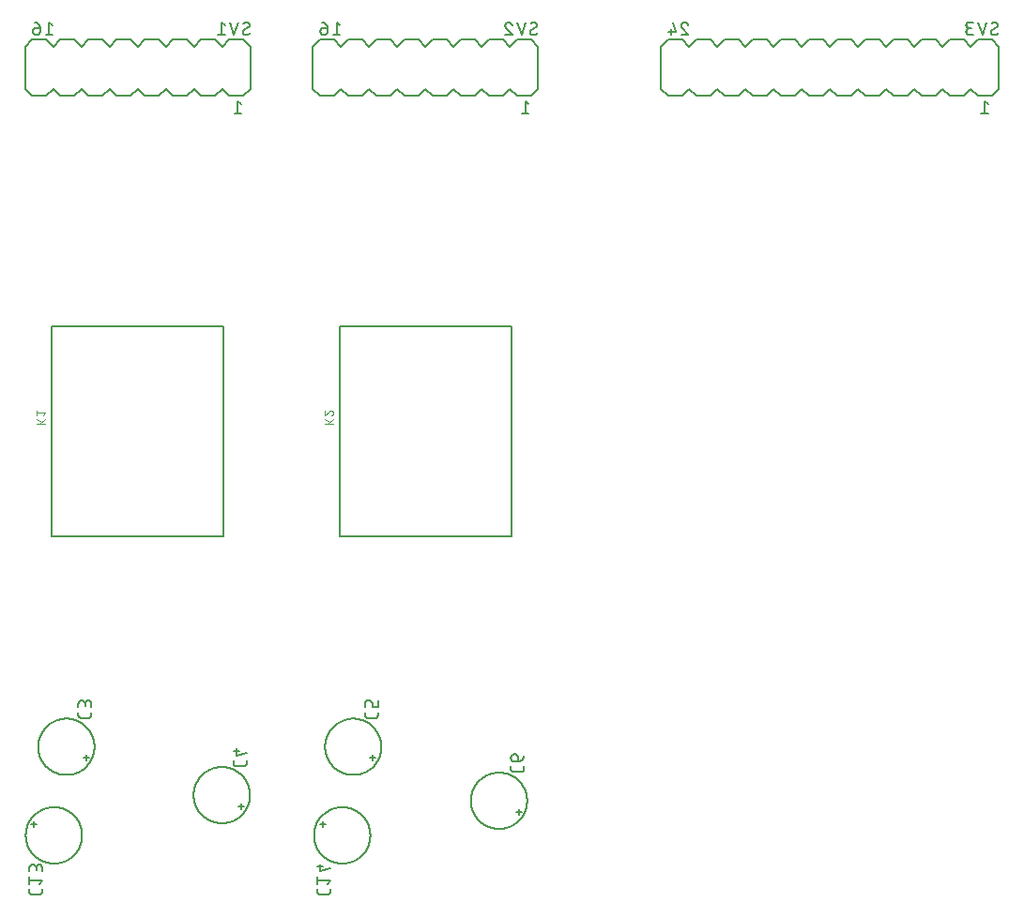
<source format=gbr>
G04 EAGLE Gerber X2 export*
%TF.Part,Single*%
%TF.FileFunction,Legend,Bot,1*%
%TF.FilePolarity,Positive*%
%TF.GenerationSoftware,Autodesk,EAGLE,9.0.1*%
%TF.CreationDate,2018-05-22T13:38:54Z*%
G75*
%MOMM*%
%FSLAX34Y34*%
%LPD*%
%AMOC8*
5,1,8,0,0,1.08239X$1,22.5*%
G01*
%ADD10C,0.101600*%
%ADD11C,0.127000*%
%ADD12C,0.152400*%


D10*
X34068Y531577D02*
X41942Y531577D01*
X41942Y535952D02*
X37130Y531577D01*
X38880Y533327D02*
X34068Y535952D01*
X40192Y539168D02*
X41942Y541355D01*
X34068Y541355D01*
X34068Y539168D02*
X34068Y543542D01*
D11*
X202500Y620000D02*
X202500Y430000D01*
X47500Y430000D01*
X47500Y620000D01*
X202500Y620000D01*
D10*
X294068Y531577D02*
X301942Y531577D01*
X301942Y535952D02*
X297130Y531577D01*
X298880Y533327D02*
X294068Y535952D01*
X299974Y543543D02*
X300060Y543541D01*
X300146Y543536D01*
X300231Y543526D01*
X300316Y543513D01*
X300400Y543496D01*
X300484Y543476D01*
X300566Y543452D01*
X300647Y543424D01*
X300728Y543393D01*
X300806Y543359D01*
X300883Y543321D01*
X300959Y543279D01*
X301032Y543235D01*
X301103Y543187D01*
X301173Y543136D01*
X301240Y543082D01*
X301304Y543026D01*
X301366Y542966D01*
X301426Y542904D01*
X301482Y542840D01*
X301536Y542773D01*
X301587Y542703D01*
X301635Y542632D01*
X301679Y542559D01*
X301721Y542483D01*
X301759Y542406D01*
X301793Y542328D01*
X301824Y542247D01*
X301852Y542166D01*
X301876Y542084D01*
X301896Y542000D01*
X301913Y541916D01*
X301926Y541831D01*
X301936Y541746D01*
X301941Y541660D01*
X301943Y541574D01*
X301942Y541574D02*
X301940Y541475D01*
X301934Y541375D01*
X301924Y541277D01*
X301911Y541178D01*
X301893Y541080D01*
X301872Y540983D01*
X301847Y540887D01*
X301818Y540792D01*
X301785Y540698D01*
X301749Y540605D01*
X301709Y540514D01*
X301666Y540425D01*
X301619Y540337D01*
X301569Y540252D01*
X301515Y540168D01*
X301458Y540087D01*
X301398Y540007D01*
X301335Y539931D01*
X301269Y539856D01*
X301200Y539785D01*
X301129Y539716D01*
X301054Y539650D01*
X300977Y539587D01*
X300898Y539527D01*
X300816Y539470D01*
X300733Y539417D01*
X300647Y539366D01*
X300559Y539320D01*
X300470Y539276D01*
X300379Y539237D01*
X300286Y539201D01*
X300192Y539168D01*
X298443Y542886D02*
X298507Y542950D01*
X298573Y543011D01*
X298642Y543069D01*
X298713Y543124D01*
X298786Y543177D01*
X298862Y543226D01*
X298939Y543271D01*
X299019Y543314D01*
X299100Y543353D01*
X299183Y543388D01*
X299267Y543420D01*
X299353Y543449D01*
X299439Y543473D01*
X299527Y543494D01*
X299615Y543511D01*
X299704Y543525D01*
X299794Y543534D01*
X299884Y543540D01*
X299974Y543542D01*
X298442Y542886D02*
X294068Y539168D01*
X294068Y543542D01*
D11*
X462500Y620000D02*
X462500Y430000D01*
X307500Y430000D01*
X307500Y620000D01*
X462500Y620000D01*
D12*
X78960Y232380D02*
X78960Y227300D01*
X76420Y229840D02*
X81500Y229840D01*
X35780Y240000D02*
X35788Y240623D01*
X35811Y241246D01*
X35849Y241869D01*
X35902Y242490D01*
X35971Y243109D01*
X36055Y243727D01*
X36154Y244342D01*
X36268Y244955D01*
X36397Y245565D01*
X36541Y246172D01*
X36700Y246775D01*
X36874Y247373D01*
X37062Y247968D01*
X37265Y248557D01*
X37482Y249141D01*
X37713Y249720D01*
X37959Y250293D01*
X38219Y250860D01*
X38492Y251420D01*
X38779Y251973D01*
X39080Y252520D01*
X39394Y253058D01*
X39721Y253589D01*
X40061Y254111D01*
X40413Y254626D01*
X40779Y255131D01*
X41156Y255627D01*
X41546Y256114D01*
X41947Y256591D01*
X42360Y257058D01*
X42784Y257514D01*
X43219Y257961D01*
X43666Y258396D01*
X44122Y258820D01*
X44589Y259233D01*
X45066Y259634D01*
X45553Y260024D01*
X46049Y260401D01*
X46554Y260767D01*
X47069Y261119D01*
X47591Y261459D01*
X48122Y261786D01*
X48660Y262100D01*
X49207Y262401D01*
X49760Y262688D01*
X50320Y262961D01*
X50887Y263221D01*
X51460Y263467D01*
X52039Y263698D01*
X52623Y263915D01*
X53212Y264118D01*
X53807Y264306D01*
X54405Y264480D01*
X55008Y264639D01*
X55615Y264783D01*
X56225Y264912D01*
X56838Y265026D01*
X57453Y265125D01*
X58071Y265209D01*
X58690Y265278D01*
X59311Y265331D01*
X59934Y265369D01*
X60557Y265392D01*
X61180Y265400D01*
X61803Y265392D01*
X62426Y265369D01*
X63049Y265331D01*
X63670Y265278D01*
X64289Y265209D01*
X64907Y265125D01*
X65522Y265026D01*
X66135Y264912D01*
X66745Y264783D01*
X67352Y264639D01*
X67955Y264480D01*
X68553Y264306D01*
X69148Y264118D01*
X69737Y263915D01*
X70321Y263698D01*
X70900Y263467D01*
X71473Y263221D01*
X72040Y262961D01*
X72600Y262688D01*
X73153Y262401D01*
X73700Y262100D01*
X74238Y261786D01*
X74769Y261459D01*
X75291Y261119D01*
X75806Y260767D01*
X76311Y260401D01*
X76807Y260024D01*
X77294Y259634D01*
X77771Y259233D01*
X78238Y258820D01*
X78694Y258396D01*
X79141Y257961D01*
X79576Y257514D01*
X80000Y257058D01*
X80413Y256591D01*
X80814Y256114D01*
X81204Y255627D01*
X81581Y255131D01*
X81947Y254626D01*
X82299Y254111D01*
X82639Y253589D01*
X82966Y253058D01*
X83280Y252520D01*
X83581Y251973D01*
X83868Y251420D01*
X84141Y250860D01*
X84401Y250293D01*
X84647Y249720D01*
X84878Y249141D01*
X85095Y248557D01*
X85298Y247968D01*
X85486Y247373D01*
X85660Y246775D01*
X85819Y246172D01*
X85963Y245565D01*
X86092Y244955D01*
X86206Y244342D01*
X86305Y243727D01*
X86389Y243109D01*
X86458Y242490D01*
X86511Y241869D01*
X86549Y241246D01*
X86572Y240623D01*
X86580Y240000D01*
X86572Y239377D01*
X86549Y238754D01*
X86511Y238131D01*
X86458Y237510D01*
X86389Y236891D01*
X86305Y236273D01*
X86206Y235658D01*
X86092Y235045D01*
X85963Y234435D01*
X85819Y233828D01*
X85660Y233225D01*
X85486Y232627D01*
X85298Y232032D01*
X85095Y231443D01*
X84878Y230859D01*
X84647Y230280D01*
X84401Y229707D01*
X84141Y229140D01*
X83868Y228580D01*
X83581Y228027D01*
X83280Y227480D01*
X82966Y226942D01*
X82639Y226411D01*
X82299Y225889D01*
X81947Y225374D01*
X81581Y224869D01*
X81204Y224373D01*
X80814Y223886D01*
X80413Y223409D01*
X80000Y222942D01*
X79576Y222486D01*
X79141Y222039D01*
X78694Y221604D01*
X78238Y221180D01*
X77771Y220767D01*
X77294Y220366D01*
X76807Y219976D01*
X76311Y219599D01*
X75806Y219233D01*
X75291Y218881D01*
X74769Y218541D01*
X74238Y218214D01*
X73700Y217900D01*
X73153Y217599D01*
X72600Y217312D01*
X72040Y217039D01*
X71473Y216779D01*
X70900Y216533D01*
X70321Y216302D01*
X69737Y216085D01*
X69148Y215882D01*
X68553Y215694D01*
X67955Y215520D01*
X67352Y215361D01*
X66745Y215217D01*
X66135Y215088D01*
X65522Y214974D01*
X64907Y214875D01*
X64289Y214791D01*
X63670Y214722D01*
X63049Y214669D01*
X62426Y214631D01*
X61803Y214608D01*
X61180Y214600D01*
X60557Y214608D01*
X59934Y214631D01*
X59311Y214669D01*
X58690Y214722D01*
X58071Y214791D01*
X57453Y214875D01*
X56838Y214974D01*
X56225Y215088D01*
X55615Y215217D01*
X55008Y215361D01*
X54405Y215520D01*
X53807Y215694D01*
X53212Y215882D01*
X52623Y216085D01*
X52039Y216302D01*
X51460Y216533D01*
X50887Y216779D01*
X50320Y217039D01*
X49760Y217312D01*
X49207Y217599D01*
X48660Y217900D01*
X48122Y218214D01*
X47591Y218541D01*
X47069Y218881D01*
X46554Y219233D01*
X46049Y219599D01*
X45553Y219976D01*
X45066Y220366D01*
X44589Y220767D01*
X44122Y221180D01*
X43666Y221604D01*
X43219Y222039D01*
X42784Y222486D01*
X42360Y222942D01*
X41947Y223409D01*
X41546Y223886D01*
X41156Y224373D01*
X40779Y224869D01*
X40413Y225374D01*
X40061Y225889D01*
X39721Y226411D01*
X39394Y226942D01*
X39080Y227480D01*
X38779Y228027D01*
X38492Y228580D01*
X38219Y229140D01*
X37959Y229707D01*
X37713Y230280D01*
X37482Y230859D01*
X37265Y231443D01*
X37062Y232032D01*
X36874Y232627D01*
X36700Y233225D01*
X36541Y233828D01*
X36397Y234435D01*
X36268Y235045D01*
X36154Y235658D01*
X36055Y236273D01*
X35971Y236891D01*
X35902Y237510D01*
X35849Y238131D01*
X35811Y238754D01*
X35788Y239377D01*
X35780Y240000D01*
D11*
X71975Y268575D02*
X71975Y271115D01*
X71975Y268575D02*
X71977Y268475D01*
X71983Y268376D01*
X71993Y268276D01*
X72006Y268178D01*
X72024Y268079D01*
X72045Y267982D01*
X72070Y267886D01*
X72099Y267790D01*
X72132Y267696D01*
X72168Y267603D01*
X72208Y267512D01*
X72252Y267422D01*
X72299Y267334D01*
X72349Y267248D01*
X72403Y267164D01*
X72460Y267082D01*
X72520Y267003D01*
X72584Y266925D01*
X72650Y266851D01*
X72719Y266779D01*
X72791Y266710D01*
X72865Y266644D01*
X72943Y266580D01*
X73022Y266520D01*
X73104Y266463D01*
X73188Y266409D01*
X73274Y266359D01*
X73362Y266312D01*
X73452Y266268D01*
X73543Y266228D01*
X73636Y266192D01*
X73730Y266159D01*
X73826Y266130D01*
X73922Y266105D01*
X74019Y266084D01*
X74118Y266066D01*
X74216Y266053D01*
X74316Y266043D01*
X74415Y266037D01*
X74515Y266035D01*
X80865Y266035D01*
X80965Y266037D01*
X81064Y266043D01*
X81164Y266053D01*
X81262Y266066D01*
X81361Y266084D01*
X81458Y266105D01*
X81554Y266130D01*
X81650Y266159D01*
X81744Y266192D01*
X81837Y266228D01*
X81928Y266268D01*
X82018Y266312D01*
X82106Y266359D01*
X82192Y266409D01*
X82276Y266463D01*
X82358Y266520D01*
X82437Y266580D01*
X82515Y266644D01*
X82589Y266710D01*
X82661Y266779D01*
X82730Y266851D01*
X82796Y266925D01*
X82860Y267003D01*
X82920Y267082D01*
X82977Y267164D01*
X83031Y267248D01*
X83081Y267334D01*
X83128Y267422D01*
X83172Y267512D01*
X83212Y267603D01*
X83248Y267696D01*
X83281Y267790D01*
X83310Y267886D01*
X83335Y267982D01*
X83356Y268079D01*
X83374Y268178D01*
X83387Y268276D01*
X83397Y268376D01*
X83403Y268475D01*
X83405Y268575D01*
X83405Y271115D01*
X71975Y275597D02*
X71975Y278772D01*
X71977Y278883D01*
X71983Y278993D01*
X71992Y279104D01*
X72006Y279214D01*
X72023Y279323D01*
X72044Y279432D01*
X72069Y279540D01*
X72098Y279647D01*
X72130Y279753D01*
X72166Y279858D01*
X72206Y279961D01*
X72249Y280063D01*
X72296Y280164D01*
X72347Y280263D01*
X72400Y280360D01*
X72457Y280454D01*
X72518Y280547D01*
X72581Y280638D01*
X72648Y280727D01*
X72718Y280813D01*
X72791Y280896D01*
X72866Y280978D01*
X72944Y281056D01*
X73026Y281131D01*
X73109Y281204D01*
X73195Y281274D01*
X73284Y281341D01*
X73375Y281404D01*
X73468Y281465D01*
X73563Y281522D01*
X73659Y281575D01*
X73758Y281626D01*
X73859Y281673D01*
X73961Y281716D01*
X74064Y281756D01*
X74169Y281792D01*
X74275Y281824D01*
X74382Y281853D01*
X74490Y281878D01*
X74599Y281899D01*
X74708Y281916D01*
X74818Y281930D01*
X74929Y281939D01*
X75039Y281945D01*
X75150Y281947D01*
X75261Y281945D01*
X75371Y281939D01*
X75482Y281930D01*
X75592Y281916D01*
X75701Y281899D01*
X75810Y281878D01*
X75918Y281853D01*
X76025Y281824D01*
X76131Y281792D01*
X76236Y281756D01*
X76339Y281716D01*
X76441Y281673D01*
X76542Y281626D01*
X76641Y281575D01*
X76738Y281522D01*
X76832Y281465D01*
X76925Y281404D01*
X77016Y281341D01*
X77105Y281274D01*
X77191Y281204D01*
X77274Y281131D01*
X77356Y281056D01*
X77434Y280978D01*
X77509Y280896D01*
X77582Y280813D01*
X77652Y280727D01*
X77719Y280638D01*
X77782Y280547D01*
X77843Y280454D01*
X77900Y280360D01*
X77953Y280263D01*
X78004Y280164D01*
X78051Y280063D01*
X78094Y279961D01*
X78134Y279858D01*
X78170Y279753D01*
X78202Y279647D01*
X78231Y279540D01*
X78256Y279432D01*
X78277Y279323D01*
X78294Y279214D01*
X78308Y279104D01*
X78317Y278993D01*
X78323Y278883D01*
X78325Y278772D01*
X83405Y279407D02*
X83405Y275597D01*
X83405Y279407D02*
X83403Y279507D01*
X83397Y279606D01*
X83387Y279706D01*
X83374Y279804D01*
X83356Y279903D01*
X83335Y280000D01*
X83310Y280096D01*
X83281Y280192D01*
X83248Y280286D01*
X83212Y280379D01*
X83172Y280470D01*
X83128Y280560D01*
X83081Y280648D01*
X83031Y280734D01*
X82977Y280818D01*
X82920Y280900D01*
X82860Y280979D01*
X82796Y281057D01*
X82730Y281131D01*
X82661Y281203D01*
X82589Y281272D01*
X82515Y281338D01*
X82437Y281402D01*
X82358Y281462D01*
X82276Y281519D01*
X82192Y281573D01*
X82106Y281623D01*
X82018Y281670D01*
X81928Y281714D01*
X81837Y281754D01*
X81744Y281790D01*
X81650Y281823D01*
X81554Y281852D01*
X81458Y281877D01*
X81361Y281898D01*
X81262Y281916D01*
X81164Y281929D01*
X81064Y281939D01*
X80965Y281945D01*
X80865Y281947D01*
X80765Y281945D01*
X80666Y281939D01*
X80566Y281929D01*
X80468Y281916D01*
X80369Y281898D01*
X80272Y281877D01*
X80176Y281852D01*
X80080Y281823D01*
X79986Y281790D01*
X79893Y281754D01*
X79802Y281714D01*
X79712Y281670D01*
X79624Y281623D01*
X79538Y281573D01*
X79454Y281519D01*
X79372Y281462D01*
X79293Y281402D01*
X79215Y281338D01*
X79141Y281272D01*
X79069Y281203D01*
X79000Y281131D01*
X78934Y281057D01*
X78870Y280979D01*
X78810Y280900D01*
X78753Y280818D01*
X78699Y280734D01*
X78649Y280648D01*
X78602Y280560D01*
X78558Y280470D01*
X78518Y280379D01*
X78482Y280286D01*
X78449Y280192D01*
X78420Y280096D01*
X78395Y280000D01*
X78374Y279903D01*
X78356Y279804D01*
X78343Y279706D01*
X78333Y279606D01*
X78327Y279507D01*
X78325Y279407D01*
X78325Y276867D01*
D12*
X219230Y188762D02*
X219230Y183682D01*
X216690Y186222D02*
X221770Y186222D01*
X176050Y196382D02*
X176058Y197005D01*
X176081Y197628D01*
X176119Y198251D01*
X176172Y198872D01*
X176241Y199491D01*
X176325Y200109D01*
X176424Y200724D01*
X176538Y201337D01*
X176667Y201947D01*
X176811Y202554D01*
X176970Y203157D01*
X177144Y203755D01*
X177332Y204350D01*
X177535Y204939D01*
X177752Y205523D01*
X177983Y206102D01*
X178229Y206675D01*
X178489Y207242D01*
X178762Y207802D01*
X179049Y208355D01*
X179350Y208902D01*
X179664Y209440D01*
X179991Y209971D01*
X180331Y210493D01*
X180683Y211008D01*
X181049Y211513D01*
X181426Y212009D01*
X181816Y212496D01*
X182217Y212973D01*
X182630Y213440D01*
X183054Y213896D01*
X183489Y214343D01*
X183936Y214778D01*
X184392Y215202D01*
X184859Y215615D01*
X185336Y216016D01*
X185823Y216406D01*
X186319Y216783D01*
X186824Y217149D01*
X187339Y217501D01*
X187861Y217841D01*
X188392Y218168D01*
X188930Y218482D01*
X189477Y218783D01*
X190030Y219070D01*
X190590Y219343D01*
X191157Y219603D01*
X191730Y219849D01*
X192309Y220080D01*
X192893Y220297D01*
X193482Y220500D01*
X194077Y220688D01*
X194675Y220862D01*
X195278Y221021D01*
X195885Y221165D01*
X196495Y221294D01*
X197108Y221408D01*
X197723Y221507D01*
X198341Y221591D01*
X198960Y221660D01*
X199581Y221713D01*
X200204Y221751D01*
X200827Y221774D01*
X201450Y221782D01*
X202073Y221774D01*
X202696Y221751D01*
X203319Y221713D01*
X203940Y221660D01*
X204559Y221591D01*
X205177Y221507D01*
X205792Y221408D01*
X206405Y221294D01*
X207015Y221165D01*
X207622Y221021D01*
X208225Y220862D01*
X208823Y220688D01*
X209418Y220500D01*
X210007Y220297D01*
X210591Y220080D01*
X211170Y219849D01*
X211743Y219603D01*
X212310Y219343D01*
X212870Y219070D01*
X213423Y218783D01*
X213970Y218482D01*
X214508Y218168D01*
X215039Y217841D01*
X215561Y217501D01*
X216076Y217149D01*
X216581Y216783D01*
X217077Y216406D01*
X217564Y216016D01*
X218041Y215615D01*
X218508Y215202D01*
X218964Y214778D01*
X219411Y214343D01*
X219846Y213896D01*
X220270Y213440D01*
X220683Y212973D01*
X221084Y212496D01*
X221474Y212009D01*
X221851Y211513D01*
X222217Y211008D01*
X222569Y210493D01*
X222909Y209971D01*
X223236Y209440D01*
X223550Y208902D01*
X223851Y208355D01*
X224138Y207802D01*
X224411Y207242D01*
X224671Y206675D01*
X224917Y206102D01*
X225148Y205523D01*
X225365Y204939D01*
X225568Y204350D01*
X225756Y203755D01*
X225930Y203157D01*
X226089Y202554D01*
X226233Y201947D01*
X226362Y201337D01*
X226476Y200724D01*
X226575Y200109D01*
X226659Y199491D01*
X226728Y198872D01*
X226781Y198251D01*
X226819Y197628D01*
X226842Y197005D01*
X226850Y196382D01*
X226842Y195759D01*
X226819Y195136D01*
X226781Y194513D01*
X226728Y193892D01*
X226659Y193273D01*
X226575Y192655D01*
X226476Y192040D01*
X226362Y191427D01*
X226233Y190817D01*
X226089Y190210D01*
X225930Y189607D01*
X225756Y189009D01*
X225568Y188414D01*
X225365Y187825D01*
X225148Y187241D01*
X224917Y186662D01*
X224671Y186089D01*
X224411Y185522D01*
X224138Y184962D01*
X223851Y184409D01*
X223550Y183862D01*
X223236Y183324D01*
X222909Y182793D01*
X222569Y182271D01*
X222217Y181756D01*
X221851Y181251D01*
X221474Y180755D01*
X221084Y180268D01*
X220683Y179791D01*
X220270Y179324D01*
X219846Y178868D01*
X219411Y178421D01*
X218964Y177986D01*
X218508Y177562D01*
X218041Y177149D01*
X217564Y176748D01*
X217077Y176358D01*
X216581Y175981D01*
X216076Y175615D01*
X215561Y175263D01*
X215039Y174923D01*
X214508Y174596D01*
X213970Y174282D01*
X213423Y173981D01*
X212870Y173694D01*
X212310Y173421D01*
X211743Y173161D01*
X211170Y172915D01*
X210591Y172684D01*
X210007Y172467D01*
X209418Y172264D01*
X208823Y172076D01*
X208225Y171902D01*
X207622Y171743D01*
X207015Y171599D01*
X206405Y171470D01*
X205792Y171356D01*
X205177Y171257D01*
X204559Y171173D01*
X203940Y171104D01*
X203319Y171051D01*
X202696Y171013D01*
X202073Y170990D01*
X201450Y170982D01*
X200827Y170990D01*
X200204Y171013D01*
X199581Y171051D01*
X198960Y171104D01*
X198341Y171173D01*
X197723Y171257D01*
X197108Y171356D01*
X196495Y171470D01*
X195885Y171599D01*
X195278Y171743D01*
X194675Y171902D01*
X194077Y172076D01*
X193482Y172264D01*
X192893Y172467D01*
X192309Y172684D01*
X191730Y172915D01*
X191157Y173161D01*
X190590Y173421D01*
X190030Y173694D01*
X189477Y173981D01*
X188930Y174282D01*
X188392Y174596D01*
X187861Y174923D01*
X187339Y175263D01*
X186824Y175615D01*
X186319Y175981D01*
X185823Y176358D01*
X185336Y176748D01*
X184859Y177149D01*
X184392Y177562D01*
X183936Y177986D01*
X183489Y178421D01*
X183054Y178868D01*
X182630Y179324D01*
X182217Y179791D01*
X181816Y180268D01*
X181426Y180755D01*
X181049Y181251D01*
X180683Y181756D01*
X180331Y182271D01*
X179991Y182793D01*
X179664Y183324D01*
X179350Y183862D01*
X179049Y184409D01*
X178762Y184962D01*
X178489Y185522D01*
X178229Y186089D01*
X177983Y186662D01*
X177752Y187241D01*
X177535Y187825D01*
X177332Y188414D01*
X177144Y189009D01*
X176970Y189607D01*
X176811Y190210D01*
X176667Y190817D01*
X176538Y191427D01*
X176424Y192040D01*
X176325Y192655D01*
X176241Y193273D01*
X176172Y193892D01*
X176119Y194513D01*
X176081Y195136D01*
X176058Y195759D01*
X176050Y196382D01*
D11*
X212245Y224957D02*
X212245Y227497D01*
X212245Y224957D02*
X212247Y224857D01*
X212253Y224758D01*
X212263Y224658D01*
X212276Y224560D01*
X212294Y224461D01*
X212315Y224364D01*
X212340Y224268D01*
X212369Y224172D01*
X212402Y224078D01*
X212438Y223985D01*
X212478Y223894D01*
X212522Y223804D01*
X212569Y223716D01*
X212619Y223630D01*
X212673Y223546D01*
X212730Y223464D01*
X212790Y223385D01*
X212854Y223307D01*
X212920Y223233D01*
X212989Y223161D01*
X213061Y223092D01*
X213135Y223026D01*
X213213Y222962D01*
X213292Y222902D01*
X213374Y222845D01*
X213458Y222791D01*
X213544Y222741D01*
X213632Y222694D01*
X213722Y222650D01*
X213813Y222610D01*
X213906Y222574D01*
X214000Y222541D01*
X214096Y222512D01*
X214192Y222487D01*
X214289Y222466D01*
X214388Y222448D01*
X214486Y222435D01*
X214586Y222425D01*
X214685Y222419D01*
X214785Y222417D01*
X221135Y222417D01*
X221235Y222419D01*
X221334Y222425D01*
X221434Y222435D01*
X221532Y222448D01*
X221631Y222466D01*
X221728Y222487D01*
X221824Y222512D01*
X221920Y222541D01*
X222014Y222574D01*
X222107Y222610D01*
X222198Y222650D01*
X222288Y222694D01*
X222376Y222741D01*
X222462Y222791D01*
X222546Y222845D01*
X222628Y222902D01*
X222707Y222962D01*
X222785Y223026D01*
X222859Y223092D01*
X222931Y223161D01*
X223000Y223233D01*
X223066Y223307D01*
X223130Y223385D01*
X223190Y223464D01*
X223247Y223546D01*
X223301Y223630D01*
X223351Y223716D01*
X223398Y223804D01*
X223442Y223894D01*
X223482Y223985D01*
X223518Y224078D01*
X223551Y224172D01*
X223580Y224268D01*
X223605Y224364D01*
X223626Y224461D01*
X223644Y224560D01*
X223657Y224658D01*
X223667Y224758D01*
X223673Y224857D01*
X223675Y224957D01*
X223675Y227497D01*
X223675Y234519D02*
X214785Y231979D01*
X214785Y238329D01*
X217325Y236424D02*
X212245Y236424D01*
D12*
X337780Y232380D02*
X337780Y227300D01*
X335240Y229840D02*
X340320Y229840D01*
X294600Y240000D02*
X294608Y240623D01*
X294631Y241246D01*
X294669Y241869D01*
X294722Y242490D01*
X294791Y243109D01*
X294875Y243727D01*
X294974Y244342D01*
X295088Y244955D01*
X295217Y245565D01*
X295361Y246172D01*
X295520Y246775D01*
X295694Y247373D01*
X295882Y247968D01*
X296085Y248557D01*
X296302Y249141D01*
X296533Y249720D01*
X296779Y250293D01*
X297039Y250860D01*
X297312Y251420D01*
X297599Y251973D01*
X297900Y252520D01*
X298214Y253058D01*
X298541Y253589D01*
X298881Y254111D01*
X299233Y254626D01*
X299599Y255131D01*
X299976Y255627D01*
X300366Y256114D01*
X300767Y256591D01*
X301180Y257058D01*
X301604Y257514D01*
X302039Y257961D01*
X302486Y258396D01*
X302942Y258820D01*
X303409Y259233D01*
X303886Y259634D01*
X304373Y260024D01*
X304869Y260401D01*
X305374Y260767D01*
X305889Y261119D01*
X306411Y261459D01*
X306942Y261786D01*
X307480Y262100D01*
X308027Y262401D01*
X308580Y262688D01*
X309140Y262961D01*
X309707Y263221D01*
X310280Y263467D01*
X310859Y263698D01*
X311443Y263915D01*
X312032Y264118D01*
X312627Y264306D01*
X313225Y264480D01*
X313828Y264639D01*
X314435Y264783D01*
X315045Y264912D01*
X315658Y265026D01*
X316273Y265125D01*
X316891Y265209D01*
X317510Y265278D01*
X318131Y265331D01*
X318754Y265369D01*
X319377Y265392D01*
X320000Y265400D01*
X320623Y265392D01*
X321246Y265369D01*
X321869Y265331D01*
X322490Y265278D01*
X323109Y265209D01*
X323727Y265125D01*
X324342Y265026D01*
X324955Y264912D01*
X325565Y264783D01*
X326172Y264639D01*
X326775Y264480D01*
X327373Y264306D01*
X327968Y264118D01*
X328557Y263915D01*
X329141Y263698D01*
X329720Y263467D01*
X330293Y263221D01*
X330860Y262961D01*
X331420Y262688D01*
X331973Y262401D01*
X332520Y262100D01*
X333058Y261786D01*
X333589Y261459D01*
X334111Y261119D01*
X334626Y260767D01*
X335131Y260401D01*
X335627Y260024D01*
X336114Y259634D01*
X336591Y259233D01*
X337058Y258820D01*
X337514Y258396D01*
X337961Y257961D01*
X338396Y257514D01*
X338820Y257058D01*
X339233Y256591D01*
X339634Y256114D01*
X340024Y255627D01*
X340401Y255131D01*
X340767Y254626D01*
X341119Y254111D01*
X341459Y253589D01*
X341786Y253058D01*
X342100Y252520D01*
X342401Y251973D01*
X342688Y251420D01*
X342961Y250860D01*
X343221Y250293D01*
X343467Y249720D01*
X343698Y249141D01*
X343915Y248557D01*
X344118Y247968D01*
X344306Y247373D01*
X344480Y246775D01*
X344639Y246172D01*
X344783Y245565D01*
X344912Y244955D01*
X345026Y244342D01*
X345125Y243727D01*
X345209Y243109D01*
X345278Y242490D01*
X345331Y241869D01*
X345369Y241246D01*
X345392Y240623D01*
X345400Y240000D01*
X345392Y239377D01*
X345369Y238754D01*
X345331Y238131D01*
X345278Y237510D01*
X345209Y236891D01*
X345125Y236273D01*
X345026Y235658D01*
X344912Y235045D01*
X344783Y234435D01*
X344639Y233828D01*
X344480Y233225D01*
X344306Y232627D01*
X344118Y232032D01*
X343915Y231443D01*
X343698Y230859D01*
X343467Y230280D01*
X343221Y229707D01*
X342961Y229140D01*
X342688Y228580D01*
X342401Y228027D01*
X342100Y227480D01*
X341786Y226942D01*
X341459Y226411D01*
X341119Y225889D01*
X340767Y225374D01*
X340401Y224869D01*
X340024Y224373D01*
X339634Y223886D01*
X339233Y223409D01*
X338820Y222942D01*
X338396Y222486D01*
X337961Y222039D01*
X337514Y221604D01*
X337058Y221180D01*
X336591Y220767D01*
X336114Y220366D01*
X335627Y219976D01*
X335131Y219599D01*
X334626Y219233D01*
X334111Y218881D01*
X333589Y218541D01*
X333058Y218214D01*
X332520Y217900D01*
X331973Y217599D01*
X331420Y217312D01*
X330860Y217039D01*
X330293Y216779D01*
X329720Y216533D01*
X329141Y216302D01*
X328557Y216085D01*
X327968Y215882D01*
X327373Y215694D01*
X326775Y215520D01*
X326172Y215361D01*
X325565Y215217D01*
X324955Y215088D01*
X324342Y214974D01*
X323727Y214875D01*
X323109Y214791D01*
X322490Y214722D01*
X321869Y214669D01*
X321246Y214631D01*
X320623Y214608D01*
X320000Y214600D01*
X319377Y214608D01*
X318754Y214631D01*
X318131Y214669D01*
X317510Y214722D01*
X316891Y214791D01*
X316273Y214875D01*
X315658Y214974D01*
X315045Y215088D01*
X314435Y215217D01*
X313828Y215361D01*
X313225Y215520D01*
X312627Y215694D01*
X312032Y215882D01*
X311443Y216085D01*
X310859Y216302D01*
X310280Y216533D01*
X309707Y216779D01*
X309140Y217039D01*
X308580Y217312D01*
X308027Y217599D01*
X307480Y217900D01*
X306942Y218214D01*
X306411Y218541D01*
X305889Y218881D01*
X305374Y219233D01*
X304869Y219599D01*
X304373Y219976D01*
X303886Y220366D01*
X303409Y220767D01*
X302942Y221180D01*
X302486Y221604D01*
X302039Y222039D01*
X301604Y222486D01*
X301180Y222942D01*
X300767Y223409D01*
X300366Y223886D01*
X299976Y224373D01*
X299599Y224869D01*
X299233Y225374D01*
X298881Y225889D01*
X298541Y226411D01*
X298214Y226942D01*
X297900Y227480D01*
X297599Y228027D01*
X297312Y228580D01*
X297039Y229140D01*
X296779Y229707D01*
X296533Y230280D01*
X296302Y230859D01*
X296085Y231443D01*
X295882Y232032D01*
X295694Y232627D01*
X295520Y233225D01*
X295361Y233828D01*
X295217Y234435D01*
X295088Y235045D01*
X294974Y235658D01*
X294875Y236273D01*
X294791Y236891D01*
X294722Y237510D01*
X294669Y238131D01*
X294631Y238754D01*
X294608Y239377D01*
X294600Y240000D01*
D11*
X330795Y268575D02*
X330795Y271115D01*
X330795Y268575D02*
X330797Y268475D01*
X330803Y268376D01*
X330813Y268276D01*
X330826Y268178D01*
X330844Y268079D01*
X330865Y267982D01*
X330890Y267886D01*
X330919Y267790D01*
X330952Y267696D01*
X330988Y267603D01*
X331028Y267512D01*
X331072Y267422D01*
X331119Y267334D01*
X331169Y267248D01*
X331223Y267164D01*
X331280Y267082D01*
X331340Y267003D01*
X331404Y266925D01*
X331470Y266851D01*
X331539Y266779D01*
X331611Y266710D01*
X331685Y266644D01*
X331763Y266580D01*
X331842Y266520D01*
X331924Y266463D01*
X332008Y266409D01*
X332094Y266359D01*
X332182Y266312D01*
X332272Y266268D01*
X332363Y266228D01*
X332456Y266192D01*
X332550Y266159D01*
X332646Y266130D01*
X332742Y266105D01*
X332839Y266084D01*
X332938Y266066D01*
X333036Y266053D01*
X333136Y266043D01*
X333235Y266037D01*
X333335Y266035D01*
X339685Y266035D01*
X339785Y266037D01*
X339884Y266043D01*
X339984Y266053D01*
X340082Y266066D01*
X340181Y266084D01*
X340278Y266105D01*
X340374Y266130D01*
X340470Y266159D01*
X340564Y266192D01*
X340657Y266228D01*
X340748Y266268D01*
X340838Y266312D01*
X340926Y266359D01*
X341012Y266409D01*
X341096Y266463D01*
X341178Y266520D01*
X341257Y266580D01*
X341335Y266644D01*
X341409Y266710D01*
X341481Y266779D01*
X341550Y266851D01*
X341616Y266925D01*
X341680Y267003D01*
X341740Y267082D01*
X341797Y267164D01*
X341851Y267248D01*
X341901Y267334D01*
X341948Y267422D01*
X341992Y267512D01*
X342032Y267603D01*
X342068Y267696D01*
X342101Y267790D01*
X342130Y267886D01*
X342155Y267982D01*
X342176Y268079D01*
X342194Y268178D01*
X342207Y268276D01*
X342217Y268376D01*
X342223Y268475D01*
X342225Y268575D01*
X342225Y271115D01*
X330795Y275597D02*
X330795Y279407D01*
X330797Y279507D01*
X330803Y279606D01*
X330813Y279706D01*
X330826Y279804D01*
X330844Y279903D01*
X330865Y280000D01*
X330890Y280096D01*
X330919Y280192D01*
X330952Y280286D01*
X330988Y280379D01*
X331028Y280470D01*
X331072Y280560D01*
X331119Y280648D01*
X331169Y280734D01*
X331223Y280818D01*
X331280Y280900D01*
X331340Y280979D01*
X331404Y281057D01*
X331470Y281131D01*
X331539Y281203D01*
X331611Y281272D01*
X331685Y281338D01*
X331763Y281402D01*
X331842Y281462D01*
X331924Y281519D01*
X332008Y281573D01*
X332094Y281623D01*
X332182Y281670D01*
X332272Y281714D01*
X332363Y281754D01*
X332456Y281790D01*
X332550Y281823D01*
X332646Y281852D01*
X332742Y281877D01*
X332839Y281898D01*
X332938Y281916D01*
X333036Y281929D01*
X333136Y281939D01*
X333235Y281945D01*
X333335Y281947D01*
X334605Y281947D01*
X334705Y281945D01*
X334804Y281939D01*
X334904Y281929D01*
X335002Y281916D01*
X335101Y281898D01*
X335198Y281877D01*
X335294Y281852D01*
X335390Y281823D01*
X335484Y281790D01*
X335577Y281754D01*
X335668Y281714D01*
X335758Y281670D01*
X335846Y281623D01*
X335932Y281573D01*
X336016Y281519D01*
X336098Y281462D01*
X336177Y281402D01*
X336255Y281338D01*
X336329Y281272D01*
X336401Y281203D01*
X336470Y281131D01*
X336536Y281057D01*
X336600Y280979D01*
X336660Y280900D01*
X336717Y280818D01*
X336771Y280734D01*
X336821Y280648D01*
X336868Y280560D01*
X336912Y280470D01*
X336952Y280379D01*
X336988Y280286D01*
X337021Y280192D01*
X337050Y280096D01*
X337075Y280000D01*
X337096Y279903D01*
X337114Y279804D01*
X337127Y279706D01*
X337137Y279606D01*
X337143Y279507D01*
X337145Y279407D01*
X337145Y275597D01*
X342225Y275597D01*
X342225Y281947D01*
D12*
X469230Y183667D02*
X469230Y178587D01*
X466690Y181127D02*
X471770Y181127D01*
X426050Y191287D02*
X426058Y191910D01*
X426081Y192533D01*
X426119Y193156D01*
X426172Y193777D01*
X426241Y194396D01*
X426325Y195014D01*
X426424Y195629D01*
X426538Y196242D01*
X426667Y196852D01*
X426811Y197459D01*
X426970Y198062D01*
X427144Y198660D01*
X427332Y199255D01*
X427535Y199844D01*
X427752Y200428D01*
X427983Y201007D01*
X428229Y201580D01*
X428489Y202147D01*
X428762Y202707D01*
X429049Y203260D01*
X429350Y203807D01*
X429664Y204345D01*
X429991Y204876D01*
X430331Y205398D01*
X430683Y205913D01*
X431049Y206418D01*
X431426Y206914D01*
X431816Y207401D01*
X432217Y207878D01*
X432630Y208345D01*
X433054Y208801D01*
X433489Y209248D01*
X433936Y209683D01*
X434392Y210107D01*
X434859Y210520D01*
X435336Y210921D01*
X435823Y211311D01*
X436319Y211688D01*
X436824Y212054D01*
X437339Y212406D01*
X437861Y212746D01*
X438392Y213073D01*
X438930Y213387D01*
X439477Y213688D01*
X440030Y213975D01*
X440590Y214248D01*
X441157Y214508D01*
X441730Y214754D01*
X442309Y214985D01*
X442893Y215202D01*
X443482Y215405D01*
X444077Y215593D01*
X444675Y215767D01*
X445278Y215926D01*
X445885Y216070D01*
X446495Y216199D01*
X447108Y216313D01*
X447723Y216412D01*
X448341Y216496D01*
X448960Y216565D01*
X449581Y216618D01*
X450204Y216656D01*
X450827Y216679D01*
X451450Y216687D01*
X452073Y216679D01*
X452696Y216656D01*
X453319Y216618D01*
X453940Y216565D01*
X454559Y216496D01*
X455177Y216412D01*
X455792Y216313D01*
X456405Y216199D01*
X457015Y216070D01*
X457622Y215926D01*
X458225Y215767D01*
X458823Y215593D01*
X459418Y215405D01*
X460007Y215202D01*
X460591Y214985D01*
X461170Y214754D01*
X461743Y214508D01*
X462310Y214248D01*
X462870Y213975D01*
X463423Y213688D01*
X463970Y213387D01*
X464508Y213073D01*
X465039Y212746D01*
X465561Y212406D01*
X466076Y212054D01*
X466581Y211688D01*
X467077Y211311D01*
X467564Y210921D01*
X468041Y210520D01*
X468508Y210107D01*
X468964Y209683D01*
X469411Y209248D01*
X469846Y208801D01*
X470270Y208345D01*
X470683Y207878D01*
X471084Y207401D01*
X471474Y206914D01*
X471851Y206418D01*
X472217Y205913D01*
X472569Y205398D01*
X472909Y204876D01*
X473236Y204345D01*
X473550Y203807D01*
X473851Y203260D01*
X474138Y202707D01*
X474411Y202147D01*
X474671Y201580D01*
X474917Y201007D01*
X475148Y200428D01*
X475365Y199844D01*
X475568Y199255D01*
X475756Y198660D01*
X475930Y198062D01*
X476089Y197459D01*
X476233Y196852D01*
X476362Y196242D01*
X476476Y195629D01*
X476575Y195014D01*
X476659Y194396D01*
X476728Y193777D01*
X476781Y193156D01*
X476819Y192533D01*
X476842Y191910D01*
X476850Y191287D01*
X476842Y190664D01*
X476819Y190041D01*
X476781Y189418D01*
X476728Y188797D01*
X476659Y188178D01*
X476575Y187560D01*
X476476Y186945D01*
X476362Y186332D01*
X476233Y185722D01*
X476089Y185115D01*
X475930Y184512D01*
X475756Y183914D01*
X475568Y183319D01*
X475365Y182730D01*
X475148Y182146D01*
X474917Y181567D01*
X474671Y180994D01*
X474411Y180427D01*
X474138Y179867D01*
X473851Y179314D01*
X473550Y178767D01*
X473236Y178229D01*
X472909Y177698D01*
X472569Y177176D01*
X472217Y176661D01*
X471851Y176156D01*
X471474Y175660D01*
X471084Y175173D01*
X470683Y174696D01*
X470270Y174229D01*
X469846Y173773D01*
X469411Y173326D01*
X468964Y172891D01*
X468508Y172467D01*
X468041Y172054D01*
X467564Y171653D01*
X467077Y171263D01*
X466581Y170886D01*
X466076Y170520D01*
X465561Y170168D01*
X465039Y169828D01*
X464508Y169501D01*
X463970Y169187D01*
X463423Y168886D01*
X462870Y168599D01*
X462310Y168326D01*
X461743Y168066D01*
X461170Y167820D01*
X460591Y167589D01*
X460007Y167372D01*
X459418Y167169D01*
X458823Y166981D01*
X458225Y166807D01*
X457622Y166648D01*
X457015Y166504D01*
X456405Y166375D01*
X455792Y166261D01*
X455177Y166162D01*
X454559Y166078D01*
X453940Y166009D01*
X453319Y165956D01*
X452696Y165918D01*
X452073Y165895D01*
X451450Y165887D01*
X450827Y165895D01*
X450204Y165918D01*
X449581Y165956D01*
X448960Y166009D01*
X448341Y166078D01*
X447723Y166162D01*
X447108Y166261D01*
X446495Y166375D01*
X445885Y166504D01*
X445278Y166648D01*
X444675Y166807D01*
X444077Y166981D01*
X443482Y167169D01*
X442893Y167372D01*
X442309Y167589D01*
X441730Y167820D01*
X441157Y168066D01*
X440590Y168326D01*
X440030Y168599D01*
X439477Y168886D01*
X438930Y169187D01*
X438392Y169501D01*
X437861Y169828D01*
X437339Y170168D01*
X436824Y170520D01*
X436319Y170886D01*
X435823Y171263D01*
X435336Y171653D01*
X434859Y172054D01*
X434392Y172467D01*
X433936Y172891D01*
X433489Y173326D01*
X433054Y173773D01*
X432630Y174229D01*
X432217Y174696D01*
X431816Y175173D01*
X431426Y175660D01*
X431049Y176156D01*
X430683Y176661D01*
X430331Y177176D01*
X429991Y177698D01*
X429664Y178229D01*
X429350Y178767D01*
X429049Y179314D01*
X428762Y179867D01*
X428489Y180427D01*
X428229Y180994D01*
X427983Y181567D01*
X427752Y182146D01*
X427535Y182730D01*
X427332Y183319D01*
X427144Y183914D01*
X426970Y184512D01*
X426811Y185115D01*
X426667Y185722D01*
X426538Y186332D01*
X426424Y186945D01*
X426325Y187560D01*
X426241Y188178D01*
X426172Y188797D01*
X426119Y189418D01*
X426081Y190041D01*
X426058Y190664D01*
X426050Y191287D01*
D11*
X462245Y219862D02*
X462245Y222402D01*
X462245Y219862D02*
X462247Y219762D01*
X462253Y219663D01*
X462263Y219563D01*
X462276Y219465D01*
X462294Y219366D01*
X462315Y219269D01*
X462340Y219173D01*
X462369Y219077D01*
X462402Y218983D01*
X462438Y218890D01*
X462478Y218799D01*
X462522Y218709D01*
X462569Y218621D01*
X462619Y218535D01*
X462673Y218451D01*
X462730Y218369D01*
X462790Y218290D01*
X462854Y218212D01*
X462920Y218138D01*
X462989Y218066D01*
X463061Y217997D01*
X463135Y217931D01*
X463213Y217867D01*
X463292Y217807D01*
X463374Y217750D01*
X463458Y217696D01*
X463544Y217646D01*
X463632Y217599D01*
X463722Y217555D01*
X463813Y217515D01*
X463906Y217479D01*
X464000Y217446D01*
X464096Y217417D01*
X464192Y217392D01*
X464289Y217371D01*
X464388Y217353D01*
X464486Y217340D01*
X464586Y217330D01*
X464685Y217324D01*
X464785Y217322D01*
X471135Y217322D01*
X471235Y217324D01*
X471334Y217330D01*
X471434Y217340D01*
X471532Y217353D01*
X471631Y217371D01*
X471728Y217392D01*
X471824Y217417D01*
X471920Y217446D01*
X472014Y217479D01*
X472107Y217515D01*
X472198Y217555D01*
X472288Y217599D01*
X472376Y217646D01*
X472462Y217696D01*
X472546Y217750D01*
X472628Y217807D01*
X472707Y217867D01*
X472785Y217931D01*
X472859Y217997D01*
X472931Y218066D01*
X473000Y218138D01*
X473066Y218212D01*
X473130Y218290D01*
X473190Y218369D01*
X473247Y218451D01*
X473301Y218535D01*
X473351Y218621D01*
X473398Y218709D01*
X473442Y218799D01*
X473482Y218890D01*
X473518Y218983D01*
X473551Y219077D01*
X473580Y219173D01*
X473605Y219269D01*
X473626Y219366D01*
X473644Y219465D01*
X473657Y219563D01*
X473667Y219663D01*
X473673Y219762D01*
X473675Y219862D01*
X473675Y222402D01*
X468595Y226884D02*
X468595Y230694D01*
X468593Y230794D01*
X468587Y230893D01*
X468577Y230993D01*
X468564Y231091D01*
X468546Y231190D01*
X468525Y231287D01*
X468500Y231383D01*
X468471Y231479D01*
X468438Y231573D01*
X468402Y231666D01*
X468362Y231757D01*
X468318Y231847D01*
X468271Y231935D01*
X468221Y232021D01*
X468167Y232105D01*
X468110Y232187D01*
X468050Y232266D01*
X467986Y232344D01*
X467920Y232418D01*
X467851Y232490D01*
X467779Y232559D01*
X467705Y232625D01*
X467627Y232689D01*
X467548Y232749D01*
X467466Y232806D01*
X467382Y232860D01*
X467296Y232910D01*
X467208Y232957D01*
X467118Y233001D01*
X467027Y233041D01*
X466934Y233077D01*
X466840Y233110D01*
X466744Y233139D01*
X466648Y233164D01*
X466551Y233185D01*
X466452Y233203D01*
X466354Y233216D01*
X466254Y233226D01*
X466155Y233232D01*
X466055Y233234D01*
X465420Y233234D01*
X465309Y233232D01*
X465199Y233226D01*
X465088Y233217D01*
X464978Y233203D01*
X464869Y233186D01*
X464760Y233165D01*
X464652Y233140D01*
X464545Y233111D01*
X464439Y233079D01*
X464334Y233043D01*
X464231Y233003D01*
X464129Y232960D01*
X464028Y232913D01*
X463929Y232862D01*
X463833Y232809D01*
X463738Y232752D01*
X463645Y232691D01*
X463554Y232628D01*
X463465Y232561D01*
X463379Y232491D01*
X463296Y232418D01*
X463214Y232343D01*
X463136Y232265D01*
X463061Y232183D01*
X462988Y232100D01*
X462918Y232014D01*
X462851Y231925D01*
X462788Y231834D01*
X462727Y231741D01*
X462670Y231647D01*
X462617Y231550D01*
X462566Y231451D01*
X462519Y231350D01*
X462476Y231248D01*
X462436Y231145D01*
X462400Y231040D01*
X462368Y230934D01*
X462339Y230827D01*
X462314Y230719D01*
X462293Y230610D01*
X462276Y230501D01*
X462262Y230391D01*
X462253Y230280D01*
X462247Y230170D01*
X462245Y230059D01*
X462247Y229948D01*
X462253Y229838D01*
X462262Y229727D01*
X462276Y229617D01*
X462293Y229508D01*
X462314Y229399D01*
X462339Y229291D01*
X462368Y229184D01*
X462400Y229078D01*
X462436Y228973D01*
X462476Y228870D01*
X462519Y228768D01*
X462566Y228667D01*
X462617Y228568D01*
X462670Y228472D01*
X462727Y228377D01*
X462788Y228284D01*
X462851Y228193D01*
X462918Y228104D01*
X462988Y228018D01*
X463061Y227935D01*
X463136Y227853D01*
X463214Y227775D01*
X463296Y227700D01*
X463379Y227627D01*
X463465Y227557D01*
X463554Y227490D01*
X463645Y227427D01*
X463738Y227366D01*
X463833Y227309D01*
X463929Y227256D01*
X464028Y227205D01*
X464129Y227158D01*
X464231Y227115D01*
X464334Y227075D01*
X464439Y227039D01*
X464545Y227007D01*
X464652Y226978D01*
X464760Y226953D01*
X464869Y226932D01*
X464978Y226915D01*
X465088Y226901D01*
X465199Y226892D01*
X465309Y226886D01*
X465420Y226884D01*
X468595Y226884D01*
X468735Y226886D01*
X468875Y226892D01*
X469015Y226901D01*
X469154Y226915D01*
X469293Y226932D01*
X469431Y226953D01*
X469569Y226978D01*
X469706Y227007D01*
X469842Y227039D01*
X469977Y227076D01*
X470111Y227116D01*
X470244Y227159D01*
X470376Y227207D01*
X470507Y227257D01*
X470636Y227312D01*
X470763Y227370D01*
X470889Y227431D01*
X471013Y227496D01*
X471135Y227565D01*
X471255Y227636D01*
X471373Y227711D01*
X471490Y227789D01*
X471604Y227871D01*
X471715Y227955D01*
X471824Y228043D01*
X471931Y228133D01*
X472036Y228227D01*
X472137Y228323D01*
X472236Y228422D01*
X472332Y228523D01*
X472426Y228628D01*
X472516Y228735D01*
X472604Y228844D01*
X472688Y228955D01*
X472770Y229069D01*
X472848Y229186D01*
X472923Y229304D01*
X472994Y229424D01*
X473063Y229546D01*
X473128Y229670D01*
X473189Y229796D01*
X473247Y229923D01*
X473302Y230052D01*
X473352Y230183D01*
X473400Y230315D01*
X473443Y230448D01*
X473483Y230582D01*
X473520Y230717D01*
X473552Y230853D01*
X473581Y230990D01*
X473606Y231128D01*
X473627Y231266D01*
X473644Y231405D01*
X473658Y231544D01*
X473667Y231684D01*
X473673Y231824D01*
X473675Y231964D01*
D12*
X220950Y878400D02*
X208250Y878400D01*
X201900Y872050D01*
X195550Y878400D01*
X182850Y878400D01*
X176500Y872050D01*
X220950Y878400D02*
X227300Y872050D01*
X176500Y872050D02*
X170150Y878400D01*
X157450Y878400D01*
X151100Y872050D01*
X144750Y878400D02*
X132050Y878400D01*
X125700Y872050D01*
X119350Y878400D01*
X106650Y878400D01*
X100300Y872050D01*
X144750Y878400D02*
X151100Y872050D01*
X100300Y872050D02*
X93950Y878400D01*
X81250Y878400D01*
X74900Y872050D01*
X201900Y833950D02*
X208250Y827600D01*
X182850Y827600D02*
X176500Y833950D01*
X182850Y827600D02*
X195550Y827600D01*
X201900Y833950D01*
X227300Y833950D02*
X227300Y872050D01*
X227300Y833950D02*
X220950Y827600D01*
X208250Y827600D01*
X157450Y827600D02*
X151100Y833950D01*
X157450Y827600D02*
X170150Y827600D01*
X176500Y833950D01*
X132050Y827600D02*
X125700Y833950D01*
X106650Y827600D02*
X100300Y833950D01*
X106650Y827600D02*
X119350Y827600D01*
X125700Y833950D01*
X144750Y827600D02*
X151100Y833950D01*
X144750Y827600D02*
X132050Y827600D01*
X81250Y827600D02*
X74900Y833950D01*
X81250Y827600D02*
X93950Y827600D01*
X100300Y833950D01*
X68550Y878400D02*
X55850Y878400D01*
X49500Y872050D01*
X43150Y878400D01*
X30450Y878400D01*
X24100Y872050D01*
X68550Y878400D02*
X74900Y872050D01*
X24100Y872050D02*
X24100Y833950D01*
X49500Y833950D02*
X55850Y827600D01*
X30450Y827600D02*
X24100Y833950D01*
X30450Y827600D02*
X43150Y827600D01*
X49500Y833950D01*
X68550Y827600D02*
X74900Y833950D01*
X68550Y827600D02*
X55850Y827600D01*
D11*
X215870Y823155D02*
X219045Y820615D01*
X215870Y823155D02*
X215870Y811725D01*
X219045Y811725D02*
X212695Y811725D01*
X222855Y882845D02*
X222755Y882847D01*
X222656Y882853D01*
X222556Y882863D01*
X222458Y882876D01*
X222359Y882894D01*
X222262Y882915D01*
X222166Y882940D01*
X222070Y882969D01*
X221976Y883002D01*
X221883Y883038D01*
X221792Y883078D01*
X221702Y883122D01*
X221614Y883169D01*
X221528Y883219D01*
X221444Y883273D01*
X221362Y883330D01*
X221283Y883390D01*
X221205Y883454D01*
X221131Y883520D01*
X221059Y883589D01*
X220990Y883661D01*
X220924Y883735D01*
X220860Y883813D01*
X220800Y883892D01*
X220743Y883974D01*
X220689Y884058D01*
X220639Y884144D01*
X220592Y884232D01*
X220548Y884322D01*
X220508Y884413D01*
X220472Y884506D01*
X220439Y884600D01*
X220410Y884696D01*
X220385Y884792D01*
X220364Y884889D01*
X220346Y884988D01*
X220333Y885086D01*
X220323Y885186D01*
X220317Y885285D01*
X220315Y885385D01*
X222855Y882845D02*
X222996Y882847D01*
X223137Y882852D01*
X223278Y882862D01*
X223419Y882875D01*
X223559Y882891D01*
X223699Y882912D01*
X223838Y882936D01*
X223977Y882964D01*
X224114Y882995D01*
X224251Y883030D01*
X224387Y883068D01*
X224522Y883110D01*
X224655Y883156D01*
X224788Y883205D01*
X224919Y883258D01*
X225048Y883314D01*
X225177Y883373D01*
X225303Y883436D01*
X225428Y883502D01*
X225551Y883571D01*
X225672Y883644D01*
X225791Y883720D01*
X225909Y883799D01*
X226024Y883880D01*
X226136Y883965D01*
X226247Y884053D01*
X226355Y884144D01*
X226461Y884237D01*
X226564Y884334D01*
X226665Y884433D01*
X226348Y891735D02*
X226346Y891835D01*
X226340Y891934D01*
X226330Y892034D01*
X226317Y892132D01*
X226299Y892231D01*
X226278Y892328D01*
X226253Y892424D01*
X226224Y892520D01*
X226191Y892614D01*
X226155Y892707D01*
X226115Y892798D01*
X226071Y892888D01*
X226024Y892976D01*
X225974Y893062D01*
X225920Y893146D01*
X225863Y893228D01*
X225803Y893307D01*
X225739Y893385D01*
X225673Y893459D01*
X225604Y893531D01*
X225532Y893600D01*
X225458Y893666D01*
X225380Y893730D01*
X225301Y893790D01*
X225219Y893847D01*
X225135Y893901D01*
X225049Y893951D01*
X224961Y893998D01*
X224871Y894042D01*
X224780Y894082D01*
X224687Y894118D01*
X224593Y894151D01*
X224497Y894180D01*
X224401Y894205D01*
X224304Y894226D01*
X224205Y894244D01*
X224107Y894257D01*
X224007Y894267D01*
X223908Y894273D01*
X223808Y894275D01*
X223808Y894276D02*
X223675Y894274D01*
X223542Y894269D01*
X223409Y894259D01*
X223276Y894246D01*
X223144Y894229D01*
X223012Y894209D01*
X222881Y894185D01*
X222751Y894157D01*
X222621Y894126D01*
X222493Y894091D01*
X222365Y894052D01*
X222239Y894010D01*
X222114Y893964D01*
X221990Y893915D01*
X221867Y893863D01*
X221746Y893807D01*
X221627Y893747D01*
X221509Y893685D01*
X221394Y893619D01*
X221280Y893550D01*
X221168Y893477D01*
X221058Y893402D01*
X220950Y893323D01*
X225078Y889512D02*
X225162Y889564D01*
X225245Y889619D01*
X225325Y889678D01*
X225403Y889739D01*
X225478Y889803D01*
X225551Y889871D01*
X225622Y889941D01*
X225689Y890013D01*
X225754Y890088D01*
X225816Y890166D01*
X225875Y890246D01*
X225931Y890328D01*
X225983Y890412D01*
X226032Y890498D01*
X226078Y890586D01*
X226121Y890676D01*
X226160Y890767D01*
X226195Y890860D01*
X226227Y890954D01*
X226255Y891049D01*
X226280Y891145D01*
X226300Y891242D01*
X226318Y891340D01*
X226331Y891438D01*
X226340Y891537D01*
X226346Y891636D01*
X226348Y891735D01*
X221585Y887608D02*
X221501Y887556D01*
X221418Y887501D01*
X221338Y887442D01*
X221260Y887381D01*
X221185Y887317D01*
X221112Y887249D01*
X221041Y887179D01*
X220974Y887107D01*
X220909Y887032D01*
X220847Y886954D01*
X220788Y886874D01*
X220732Y886792D01*
X220680Y886708D01*
X220631Y886622D01*
X220585Y886534D01*
X220542Y886444D01*
X220503Y886353D01*
X220468Y886260D01*
X220436Y886166D01*
X220408Y886071D01*
X220383Y885975D01*
X220363Y885878D01*
X220345Y885780D01*
X220332Y885682D01*
X220323Y885583D01*
X220317Y885484D01*
X220315Y885385D01*
X221585Y887608D02*
X225078Y889513D01*
X216251Y894275D02*
X212441Y882845D01*
X208631Y894275D01*
X204186Y891735D02*
X201011Y894275D01*
X201011Y882845D01*
X204186Y882845D02*
X197836Y882845D01*
X48865Y891735D02*
X45690Y894275D01*
X45690Y882845D01*
X48865Y882845D02*
X42515Y882845D01*
X37435Y889195D02*
X33625Y889195D01*
X33525Y889193D01*
X33426Y889187D01*
X33326Y889177D01*
X33228Y889164D01*
X33129Y889146D01*
X33032Y889125D01*
X32936Y889100D01*
X32840Y889071D01*
X32746Y889038D01*
X32653Y889002D01*
X32562Y888962D01*
X32472Y888918D01*
X32384Y888871D01*
X32298Y888821D01*
X32214Y888767D01*
X32132Y888710D01*
X32053Y888650D01*
X31975Y888586D01*
X31901Y888520D01*
X31829Y888451D01*
X31760Y888379D01*
X31694Y888305D01*
X31630Y888227D01*
X31570Y888148D01*
X31513Y888066D01*
X31459Y887982D01*
X31409Y887896D01*
X31362Y887808D01*
X31318Y887718D01*
X31278Y887627D01*
X31242Y887534D01*
X31209Y887440D01*
X31180Y887344D01*
X31155Y887248D01*
X31134Y887151D01*
X31116Y887052D01*
X31103Y886954D01*
X31093Y886854D01*
X31087Y886755D01*
X31085Y886655D01*
X31085Y886020D01*
X31087Y885909D01*
X31093Y885799D01*
X31102Y885688D01*
X31116Y885578D01*
X31133Y885469D01*
X31154Y885360D01*
X31179Y885252D01*
X31208Y885145D01*
X31240Y885039D01*
X31276Y884934D01*
X31316Y884831D01*
X31359Y884729D01*
X31406Y884628D01*
X31457Y884529D01*
X31510Y884433D01*
X31567Y884338D01*
X31628Y884245D01*
X31691Y884154D01*
X31758Y884065D01*
X31828Y883979D01*
X31901Y883896D01*
X31976Y883814D01*
X32054Y883736D01*
X32136Y883661D01*
X32219Y883588D01*
X32305Y883518D01*
X32394Y883451D01*
X32485Y883388D01*
X32578Y883327D01*
X32672Y883270D01*
X32769Y883217D01*
X32868Y883166D01*
X32969Y883119D01*
X33071Y883076D01*
X33174Y883036D01*
X33279Y883000D01*
X33385Y882968D01*
X33492Y882939D01*
X33600Y882914D01*
X33709Y882893D01*
X33818Y882876D01*
X33928Y882862D01*
X34039Y882853D01*
X34149Y882847D01*
X34260Y882845D01*
X34371Y882847D01*
X34481Y882853D01*
X34592Y882862D01*
X34702Y882876D01*
X34811Y882893D01*
X34920Y882914D01*
X35028Y882939D01*
X35135Y882968D01*
X35241Y883000D01*
X35346Y883036D01*
X35449Y883076D01*
X35551Y883119D01*
X35652Y883166D01*
X35751Y883217D01*
X35847Y883270D01*
X35942Y883327D01*
X36035Y883388D01*
X36126Y883451D01*
X36215Y883518D01*
X36301Y883588D01*
X36384Y883661D01*
X36466Y883736D01*
X36544Y883814D01*
X36619Y883896D01*
X36692Y883979D01*
X36762Y884065D01*
X36829Y884154D01*
X36892Y884245D01*
X36953Y884338D01*
X37010Y884433D01*
X37063Y884529D01*
X37114Y884628D01*
X37161Y884729D01*
X37204Y884831D01*
X37244Y884934D01*
X37280Y885039D01*
X37312Y885145D01*
X37341Y885252D01*
X37366Y885360D01*
X37387Y885469D01*
X37404Y885578D01*
X37418Y885688D01*
X37427Y885799D01*
X37433Y885909D01*
X37435Y886020D01*
X37435Y889195D01*
X37433Y889335D01*
X37427Y889475D01*
X37418Y889615D01*
X37404Y889754D01*
X37387Y889893D01*
X37366Y890031D01*
X37341Y890169D01*
X37312Y890306D01*
X37280Y890442D01*
X37243Y890577D01*
X37203Y890711D01*
X37160Y890844D01*
X37112Y890976D01*
X37062Y891107D01*
X37007Y891236D01*
X36949Y891363D01*
X36888Y891489D01*
X36823Y891613D01*
X36754Y891735D01*
X36683Y891855D01*
X36608Y891973D01*
X36530Y892090D01*
X36448Y892204D01*
X36364Y892315D01*
X36276Y892424D01*
X36186Y892531D01*
X36092Y892636D01*
X35996Y892737D01*
X35897Y892836D01*
X35796Y892932D01*
X35691Y893026D01*
X35584Y893116D01*
X35475Y893204D01*
X35364Y893288D01*
X35250Y893370D01*
X35133Y893448D01*
X35015Y893523D01*
X34895Y893594D01*
X34773Y893663D01*
X34649Y893728D01*
X34523Y893789D01*
X34396Y893847D01*
X34267Y893902D01*
X34136Y893952D01*
X34004Y894000D01*
X33871Y894043D01*
X33737Y894083D01*
X33602Y894120D01*
X33466Y894152D01*
X33329Y894181D01*
X33191Y894206D01*
X33053Y894227D01*
X32914Y894244D01*
X32775Y894258D01*
X32635Y894267D01*
X32495Y894273D01*
X32355Y894275D01*
D12*
X467550Y878400D02*
X480250Y878400D01*
X467550Y878400D02*
X461200Y872050D01*
X454850Y878400D01*
X442150Y878400D01*
X435800Y872050D01*
X480250Y878400D02*
X486600Y872050D01*
X435800Y872050D02*
X429450Y878400D01*
X416750Y878400D01*
X410400Y872050D01*
X404050Y878400D02*
X391350Y878400D01*
X385000Y872050D01*
X378650Y878400D01*
X365950Y878400D01*
X359600Y872050D01*
X404050Y878400D02*
X410400Y872050D01*
X359600Y872050D02*
X353250Y878400D01*
X340550Y878400D01*
X334200Y872050D01*
X461200Y833950D02*
X467550Y827600D01*
X442150Y827600D02*
X435800Y833950D01*
X442150Y827600D02*
X454850Y827600D01*
X461200Y833950D01*
X486600Y833950D02*
X486600Y872050D01*
X486600Y833950D02*
X480250Y827600D01*
X467550Y827600D01*
X416750Y827600D02*
X410400Y833950D01*
X416750Y827600D02*
X429450Y827600D01*
X435800Y833950D01*
X391350Y827600D02*
X385000Y833950D01*
X365950Y827600D02*
X359600Y833950D01*
X365950Y827600D02*
X378650Y827600D01*
X385000Y833950D01*
X404050Y827600D02*
X410400Y833950D01*
X404050Y827600D02*
X391350Y827600D01*
X340550Y827600D02*
X334200Y833950D01*
X340550Y827600D02*
X353250Y827600D01*
X359600Y833950D01*
X327850Y878400D02*
X315150Y878400D01*
X308800Y872050D01*
X302450Y878400D01*
X289750Y878400D01*
X283400Y872050D01*
X327850Y878400D02*
X334200Y872050D01*
X283400Y872050D02*
X283400Y833950D01*
X308800Y833950D02*
X315150Y827600D01*
X289750Y827600D02*
X283400Y833950D01*
X289750Y827600D02*
X302450Y827600D01*
X308800Y833950D01*
X327850Y827600D02*
X334200Y833950D01*
X327850Y827600D02*
X315150Y827600D01*
D11*
X475170Y823155D02*
X478345Y820615D01*
X475170Y823155D02*
X475170Y811725D01*
X478345Y811725D02*
X471995Y811725D01*
X482155Y882845D02*
X482055Y882847D01*
X481956Y882853D01*
X481856Y882863D01*
X481758Y882876D01*
X481659Y882894D01*
X481562Y882915D01*
X481466Y882940D01*
X481370Y882969D01*
X481276Y883002D01*
X481183Y883038D01*
X481092Y883078D01*
X481002Y883122D01*
X480914Y883169D01*
X480828Y883219D01*
X480744Y883273D01*
X480662Y883330D01*
X480583Y883390D01*
X480505Y883454D01*
X480431Y883520D01*
X480359Y883589D01*
X480290Y883661D01*
X480224Y883735D01*
X480160Y883813D01*
X480100Y883892D01*
X480043Y883974D01*
X479989Y884058D01*
X479939Y884144D01*
X479892Y884232D01*
X479848Y884322D01*
X479808Y884413D01*
X479772Y884506D01*
X479739Y884600D01*
X479710Y884696D01*
X479685Y884792D01*
X479664Y884889D01*
X479646Y884988D01*
X479633Y885086D01*
X479623Y885186D01*
X479617Y885285D01*
X479615Y885385D01*
X482155Y882845D02*
X482296Y882847D01*
X482437Y882852D01*
X482578Y882862D01*
X482719Y882875D01*
X482859Y882891D01*
X482999Y882912D01*
X483138Y882936D01*
X483277Y882964D01*
X483414Y882995D01*
X483551Y883030D01*
X483687Y883068D01*
X483822Y883110D01*
X483955Y883156D01*
X484088Y883205D01*
X484219Y883258D01*
X484348Y883314D01*
X484477Y883373D01*
X484603Y883436D01*
X484728Y883502D01*
X484851Y883571D01*
X484972Y883644D01*
X485091Y883720D01*
X485209Y883799D01*
X485324Y883880D01*
X485436Y883965D01*
X485547Y884053D01*
X485655Y884144D01*
X485761Y884237D01*
X485864Y884334D01*
X485965Y884433D01*
X485648Y891735D02*
X485646Y891835D01*
X485640Y891934D01*
X485630Y892034D01*
X485617Y892132D01*
X485599Y892231D01*
X485578Y892328D01*
X485553Y892424D01*
X485524Y892520D01*
X485491Y892614D01*
X485455Y892707D01*
X485415Y892798D01*
X485371Y892888D01*
X485324Y892976D01*
X485274Y893062D01*
X485220Y893146D01*
X485163Y893228D01*
X485103Y893307D01*
X485039Y893385D01*
X484973Y893459D01*
X484904Y893531D01*
X484832Y893600D01*
X484758Y893666D01*
X484680Y893730D01*
X484601Y893790D01*
X484519Y893847D01*
X484435Y893901D01*
X484349Y893951D01*
X484261Y893998D01*
X484171Y894042D01*
X484080Y894082D01*
X483987Y894118D01*
X483893Y894151D01*
X483797Y894180D01*
X483701Y894205D01*
X483604Y894226D01*
X483505Y894244D01*
X483407Y894257D01*
X483307Y894267D01*
X483208Y894273D01*
X483108Y894275D01*
X483108Y894276D02*
X482975Y894274D01*
X482842Y894269D01*
X482709Y894259D01*
X482576Y894246D01*
X482444Y894229D01*
X482312Y894209D01*
X482181Y894185D01*
X482051Y894157D01*
X481921Y894126D01*
X481793Y894091D01*
X481665Y894052D01*
X481539Y894010D01*
X481414Y893964D01*
X481290Y893915D01*
X481167Y893863D01*
X481046Y893807D01*
X480927Y893747D01*
X480809Y893685D01*
X480694Y893619D01*
X480580Y893550D01*
X480468Y893477D01*
X480358Y893402D01*
X480250Y893323D01*
X484378Y889512D02*
X484462Y889564D01*
X484545Y889619D01*
X484625Y889678D01*
X484703Y889739D01*
X484778Y889803D01*
X484851Y889871D01*
X484922Y889941D01*
X484989Y890013D01*
X485054Y890088D01*
X485116Y890166D01*
X485175Y890246D01*
X485231Y890328D01*
X485283Y890412D01*
X485332Y890498D01*
X485378Y890586D01*
X485421Y890676D01*
X485460Y890767D01*
X485495Y890860D01*
X485527Y890954D01*
X485555Y891049D01*
X485580Y891145D01*
X485600Y891242D01*
X485618Y891340D01*
X485631Y891438D01*
X485640Y891537D01*
X485646Y891636D01*
X485648Y891735D01*
X480885Y887608D02*
X480801Y887556D01*
X480718Y887501D01*
X480638Y887442D01*
X480560Y887381D01*
X480485Y887317D01*
X480412Y887249D01*
X480341Y887179D01*
X480274Y887107D01*
X480209Y887032D01*
X480147Y886954D01*
X480088Y886874D01*
X480032Y886792D01*
X479980Y886708D01*
X479931Y886622D01*
X479885Y886534D01*
X479842Y886444D01*
X479803Y886353D01*
X479768Y886260D01*
X479736Y886166D01*
X479708Y886071D01*
X479683Y885975D01*
X479663Y885878D01*
X479645Y885780D01*
X479632Y885682D01*
X479623Y885583D01*
X479617Y885484D01*
X479615Y885385D01*
X480885Y887608D02*
X484378Y889513D01*
X475551Y894275D02*
X471741Y882845D01*
X467931Y894275D01*
X459994Y894276D02*
X459890Y894274D01*
X459785Y894268D01*
X459681Y894259D01*
X459578Y894246D01*
X459475Y894228D01*
X459373Y894208D01*
X459271Y894183D01*
X459171Y894155D01*
X459071Y894123D01*
X458973Y894087D01*
X458876Y894048D01*
X458781Y894006D01*
X458687Y893960D01*
X458595Y893910D01*
X458505Y893858D01*
X458417Y893802D01*
X458331Y893742D01*
X458247Y893680D01*
X458166Y893615D01*
X458087Y893547D01*
X458010Y893475D01*
X457937Y893402D01*
X457865Y893325D01*
X457797Y893246D01*
X457732Y893165D01*
X457670Y893081D01*
X457610Y892995D01*
X457554Y892907D01*
X457502Y892817D01*
X457452Y892725D01*
X457406Y892631D01*
X457364Y892536D01*
X457325Y892439D01*
X457289Y892341D01*
X457257Y892241D01*
X457229Y892141D01*
X457204Y892039D01*
X457184Y891937D01*
X457166Y891834D01*
X457153Y891731D01*
X457144Y891627D01*
X457138Y891522D01*
X457136Y891418D01*
X459994Y894275D02*
X460112Y894273D01*
X460231Y894267D01*
X460349Y894258D01*
X460466Y894245D01*
X460583Y894227D01*
X460700Y894207D01*
X460816Y894182D01*
X460931Y894154D01*
X461044Y894121D01*
X461157Y894086D01*
X461269Y894046D01*
X461379Y894004D01*
X461488Y893957D01*
X461596Y893907D01*
X461701Y893854D01*
X461805Y893797D01*
X461907Y893737D01*
X462007Y893674D01*
X462105Y893607D01*
X462201Y893538D01*
X462294Y893465D01*
X462385Y893389D01*
X462474Y893311D01*
X462560Y893229D01*
X462643Y893145D01*
X462724Y893059D01*
X462801Y892969D01*
X462876Y892878D01*
X462948Y892784D01*
X463017Y892687D01*
X463082Y892589D01*
X463145Y892488D01*
X463204Y892385D01*
X463260Y892281D01*
X463312Y892175D01*
X463361Y892067D01*
X463406Y891958D01*
X463448Y891847D01*
X463486Y891735D01*
X458088Y889196D02*
X458012Y889271D01*
X457937Y889350D01*
X457866Y889431D01*
X457797Y889515D01*
X457732Y889601D01*
X457670Y889689D01*
X457610Y889779D01*
X457554Y889871D01*
X457501Y889966D01*
X457452Y890062D01*
X457406Y890160D01*
X457363Y890259D01*
X457324Y890360D01*
X457289Y890462D01*
X457257Y890565D01*
X457229Y890669D01*
X457204Y890774D01*
X457183Y890881D01*
X457166Y890987D01*
X457153Y891094D01*
X457144Y891202D01*
X457138Y891310D01*
X457136Y891418D01*
X458089Y889195D02*
X463486Y882845D01*
X457136Y882845D01*
X308165Y891735D02*
X304990Y894275D01*
X304990Y882845D01*
X308165Y882845D02*
X301815Y882845D01*
X296735Y889195D02*
X292925Y889195D01*
X292825Y889193D01*
X292726Y889187D01*
X292626Y889177D01*
X292528Y889164D01*
X292429Y889146D01*
X292332Y889125D01*
X292236Y889100D01*
X292140Y889071D01*
X292046Y889038D01*
X291953Y889002D01*
X291862Y888962D01*
X291772Y888918D01*
X291684Y888871D01*
X291598Y888821D01*
X291514Y888767D01*
X291432Y888710D01*
X291353Y888650D01*
X291275Y888586D01*
X291201Y888520D01*
X291129Y888451D01*
X291060Y888379D01*
X290994Y888305D01*
X290930Y888227D01*
X290870Y888148D01*
X290813Y888066D01*
X290759Y887982D01*
X290709Y887896D01*
X290662Y887808D01*
X290618Y887718D01*
X290578Y887627D01*
X290542Y887534D01*
X290509Y887440D01*
X290480Y887344D01*
X290455Y887248D01*
X290434Y887151D01*
X290416Y887052D01*
X290403Y886954D01*
X290393Y886854D01*
X290387Y886755D01*
X290385Y886655D01*
X290385Y886020D01*
X290387Y885909D01*
X290393Y885799D01*
X290402Y885688D01*
X290416Y885578D01*
X290433Y885469D01*
X290454Y885360D01*
X290479Y885252D01*
X290508Y885145D01*
X290540Y885039D01*
X290576Y884934D01*
X290616Y884831D01*
X290659Y884729D01*
X290706Y884628D01*
X290757Y884529D01*
X290810Y884433D01*
X290867Y884338D01*
X290928Y884245D01*
X290991Y884154D01*
X291058Y884065D01*
X291128Y883979D01*
X291201Y883896D01*
X291276Y883814D01*
X291354Y883736D01*
X291436Y883661D01*
X291519Y883588D01*
X291605Y883518D01*
X291694Y883451D01*
X291785Y883388D01*
X291878Y883327D01*
X291973Y883270D01*
X292069Y883217D01*
X292168Y883166D01*
X292269Y883119D01*
X292371Y883076D01*
X292474Y883036D01*
X292579Y883000D01*
X292685Y882968D01*
X292792Y882939D01*
X292900Y882914D01*
X293009Y882893D01*
X293118Y882876D01*
X293228Y882862D01*
X293339Y882853D01*
X293449Y882847D01*
X293560Y882845D01*
X293671Y882847D01*
X293781Y882853D01*
X293892Y882862D01*
X294002Y882876D01*
X294111Y882893D01*
X294220Y882914D01*
X294328Y882939D01*
X294435Y882968D01*
X294541Y883000D01*
X294646Y883036D01*
X294749Y883076D01*
X294851Y883119D01*
X294952Y883166D01*
X295051Y883217D01*
X295147Y883270D01*
X295242Y883327D01*
X295335Y883388D01*
X295426Y883451D01*
X295515Y883518D01*
X295601Y883588D01*
X295684Y883661D01*
X295766Y883736D01*
X295844Y883814D01*
X295919Y883896D01*
X295992Y883979D01*
X296062Y884065D01*
X296129Y884154D01*
X296192Y884245D01*
X296253Y884338D01*
X296310Y884433D01*
X296363Y884529D01*
X296414Y884628D01*
X296461Y884729D01*
X296504Y884831D01*
X296544Y884934D01*
X296580Y885039D01*
X296612Y885145D01*
X296641Y885252D01*
X296666Y885360D01*
X296687Y885469D01*
X296704Y885578D01*
X296718Y885688D01*
X296727Y885799D01*
X296733Y885909D01*
X296735Y886020D01*
X296735Y889195D01*
X296733Y889335D01*
X296727Y889475D01*
X296718Y889615D01*
X296704Y889754D01*
X296687Y889893D01*
X296666Y890031D01*
X296641Y890169D01*
X296612Y890306D01*
X296580Y890442D01*
X296543Y890577D01*
X296503Y890711D01*
X296460Y890844D01*
X296412Y890976D01*
X296362Y891107D01*
X296307Y891236D01*
X296249Y891363D01*
X296188Y891489D01*
X296123Y891613D01*
X296054Y891735D01*
X295983Y891855D01*
X295908Y891973D01*
X295830Y892090D01*
X295748Y892204D01*
X295664Y892315D01*
X295576Y892424D01*
X295486Y892531D01*
X295392Y892636D01*
X295296Y892737D01*
X295197Y892836D01*
X295096Y892932D01*
X294991Y893026D01*
X294884Y893116D01*
X294775Y893204D01*
X294664Y893288D01*
X294550Y893370D01*
X294433Y893448D01*
X294315Y893523D01*
X294195Y893594D01*
X294073Y893663D01*
X293949Y893728D01*
X293823Y893789D01*
X293696Y893847D01*
X293567Y893902D01*
X293436Y893952D01*
X293304Y894000D01*
X293171Y894043D01*
X293037Y894083D01*
X292902Y894120D01*
X292766Y894152D01*
X292629Y894181D01*
X292491Y894206D01*
X292353Y894227D01*
X292214Y894244D01*
X292075Y894258D01*
X291935Y894267D01*
X291795Y894273D01*
X291655Y894275D01*
D12*
X883350Y878400D02*
X896050Y878400D01*
X883350Y878400D02*
X877000Y872050D01*
X870650Y878400D01*
X857950Y878400D01*
X851600Y872050D01*
X896050Y878400D02*
X902400Y872050D01*
X851600Y872050D02*
X845250Y878400D01*
X832550Y878400D01*
X826200Y872050D01*
X819850Y878400D02*
X807150Y878400D01*
X800800Y872050D01*
X794450Y878400D01*
X781750Y878400D01*
X775400Y872050D01*
X819850Y878400D02*
X826200Y872050D01*
X775400Y872050D02*
X769050Y878400D01*
X756350Y878400D01*
X750000Y872050D01*
X877000Y833950D02*
X883350Y827600D01*
X857950Y827600D02*
X851600Y833950D01*
X857950Y827600D02*
X870650Y827600D01*
X877000Y833950D01*
X902400Y833950D02*
X902400Y872050D01*
X902400Y833950D02*
X896050Y827600D01*
X883350Y827600D01*
X832550Y827600D02*
X826200Y833950D01*
X832550Y827600D02*
X845250Y827600D01*
X851600Y833950D01*
X807150Y827600D02*
X800800Y833950D01*
X781750Y827600D02*
X775400Y833950D01*
X781750Y827600D02*
X794450Y827600D01*
X800800Y833950D01*
X819850Y827600D02*
X826200Y833950D01*
X819850Y827600D02*
X807150Y827600D01*
X756350Y827600D02*
X750000Y833950D01*
X756350Y827600D02*
X769050Y827600D01*
X775400Y833950D01*
X743650Y878400D02*
X730950Y878400D01*
X724600Y872050D01*
X718250Y878400D01*
X705550Y878400D01*
X699200Y872050D01*
X743650Y878400D02*
X750000Y872050D01*
X699200Y872050D02*
X692850Y878400D01*
X680150Y878400D01*
X673800Y872050D01*
X667450Y878400D02*
X654750Y878400D01*
X648400Y872050D01*
X642050Y878400D01*
X629350Y878400D01*
X623000Y872050D01*
X667450Y878400D02*
X673800Y872050D01*
X623000Y872050D02*
X616650Y878400D01*
X603950Y878400D01*
X597600Y872050D01*
X597600Y833950D01*
X724600Y833950D02*
X730950Y827600D01*
X705550Y827600D02*
X699200Y833950D01*
X705550Y827600D02*
X718250Y827600D01*
X724600Y833950D01*
X743650Y827600D02*
X750000Y833950D01*
X743650Y827600D02*
X730950Y827600D01*
X680150Y827600D02*
X673800Y833950D01*
X680150Y827600D02*
X692850Y827600D01*
X699200Y833950D01*
X654750Y827600D02*
X648400Y833950D01*
X629350Y827600D02*
X623000Y833950D01*
X629350Y827600D02*
X642050Y827600D01*
X648400Y833950D01*
X667450Y827600D02*
X673800Y833950D01*
X667450Y827600D02*
X654750Y827600D01*
X603950Y827600D02*
X597600Y833950D01*
X603950Y827600D02*
X616650Y827600D01*
X623000Y833950D01*
D11*
X889700Y823155D02*
X892875Y820615D01*
X889700Y823155D02*
X889700Y811725D01*
X892875Y811725D02*
X886525Y811725D01*
X897955Y882845D02*
X897855Y882847D01*
X897756Y882853D01*
X897656Y882863D01*
X897558Y882876D01*
X897459Y882894D01*
X897362Y882915D01*
X897266Y882940D01*
X897170Y882969D01*
X897076Y883002D01*
X896983Y883038D01*
X896892Y883078D01*
X896802Y883122D01*
X896714Y883169D01*
X896628Y883219D01*
X896544Y883273D01*
X896462Y883330D01*
X896383Y883390D01*
X896305Y883454D01*
X896231Y883520D01*
X896159Y883589D01*
X896090Y883661D01*
X896024Y883735D01*
X895960Y883813D01*
X895900Y883892D01*
X895843Y883974D01*
X895789Y884058D01*
X895739Y884144D01*
X895692Y884232D01*
X895648Y884322D01*
X895608Y884413D01*
X895572Y884506D01*
X895539Y884600D01*
X895510Y884696D01*
X895485Y884792D01*
X895464Y884889D01*
X895446Y884988D01*
X895433Y885086D01*
X895423Y885186D01*
X895417Y885285D01*
X895415Y885385D01*
X897955Y882845D02*
X898096Y882847D01*
X898237Y882852D01*
X898378Y882862D01*
X898519Y882875D01*
X898659Y882891D01*
X898799Y882912D01*
X898938Y882936D01*
X899077Y882964D01*
X899214Y882995D01*
X899351Y883030D01*
X899487Y883068D01*
X899622Y883110D01*
X899755Y883156D01*
X899888Y883205D01*
X900019Y883258D01*
X900148Y883314D01*
X900277Y883373D01*
X900403Y883436D01*
X900528Y883502D01*
X900651Y883571D01*
X900772Y883644D01*
X900891Y883720D01*
X901009Y883799D01*
X901124Y883880D01*
X901236Y883965D01*
X901347Y884053D01*
X901455Y884144D01*
X901561Y884237D01*
X901664Y884334D01*
X901765Y884433D01*
X901448Y891735D02*
X901446Y891835D01*
X901440Y891934D01*
X901430Y892034D01*
X901417Y892132D01*
X901399Y892231D01*
X901378Y892328D01*
X901353Y892424D01*
X901324Y892520D01*
X901291Y892614D01*
X901255Y892707D01*
X901215Y892798D01*
X901171Y892888D01*
X901124Y892976D01*
X901074Y893062D01*
X901020Y893146D01*
X900963Y893228D01*
X900903Y893307D01*
X900839Y893385D01*
X900773Y893459D01*
X900704Y893531D01*
X900632Y893600D01*
X900558Y893666D01*
X900480Y893730D01*
X900401Y893790D01*
X900319Y893847D01*
X900235Y893901D01*
X900149Y893951D01*
X900061Y893998D01*
X899971Y894042D01*
X899880Y894082D01*
X899787Y894118D01*
X899693Y894151D01*
X899597Y894180D01*
X899501Y894205D01*
X899404Y894226D01*
X899305Y894244D01*
X899207Y894257D01*
X899107Y894267D01*
X899008Y894273D01*
X898908Y894275D01*
X898908Y894276D02*
X898775Y894274D01*
X898642Y894269D01*
X898509Y894259D01*
X898376Y894246D01*
X898244Y894229D01*
X898112Y894209D01*
X897981Y894185D01*
X897851Y894157D01*
X897721Y894126D01*
X897593Y894091D01*
X897465Y894052D01*
X897339Y894010D01*
X897214Y893964D01*
X897090Y893915D01*
X896967Y893863D01*
X896846Y893807D01*
X896727Y893747D01*
X896609Y893685D01*
X896494Y893619D01*
X896380Y893550D01*
X896268Y893477D01*
X896158Y893402D01*
X896050Y893323D01*
X900178Y889512D02*
X900262Y889564D01*
X900345Y889619D01*
X900425Y889678D01*
X900503Y889739D01*
X900578Y889803D01*
X900651Y889871D01*
X900722Y889941D01*
X900789Y890013D01*
X900854Y890088D01*
X900916Y890166D01*
X900975Y890246D01*
X901031Y890328D01*
X901083Y890412D01*
X901132Y890498D01*
X901178Y890586D01*
X901221Y890676D01*
X901260Y890767D01*
X901295Y890860D01*
X901327Y890954D01*
X901355Y891049D01*
X901380Y891145D01*
X901400Y891242D01*
X901418Y891340D01*
X901431Y891438D01*
X901440Y891537D01*
X901446Y891636D01*
X901448Y891735D01*
X896685Y887608D02*
X896601Y887556D01*
X896518Y887501D01*
X896438Y887442D01*
X896360Y887381D01*
X896285Y887317D01*
X896212Y887249D01*
X896141Y887179D01*
X896074Y887107D01*
X896009Y887032D01*
X895947Y886954D01*
X895888Y886874D01*
X895832Y886792D01*
X895780Y886708D01*
X895731Y886622D01*
X895685Y886534D01*
X895642Y886444D01*
X895603Y886353D01*
X895568Y886260D01*
X895536Y886166D01*
X895508Y886071D01*
X895483Y885975D01*
X895463Y885878D01*
X895445Y885780D01*
X895432Y885682D01*
X895423Y885583D01*
X895417Y885484D01*
X895415Y885385D01*
X896685Y887608D02*
X900178Y889513D01*
X891351Y894275D02*
X887541Y882845D01*
X883731Y894275D01*
X879286Y882845D02*
X876111Y882845D01*
X876000Y882847D01*
X875890Y882853D01*
X875779Y882862D01*
X875669Y882876D01*
X875560Y882893D01*
X875451Y882914D01*
X875343Y882939D01*
X875236Y882968D01*
X875130Y883000D01*
X875025Y883036D01*
X874922Y883076D01*
X874820Y883119D01*
X874719Y883166D01*
X874620Y883217D01*
X874524Y883270D01*
X874429Y883327D01*
X874336Y883388D01*
X874245Y883451D01*
X874156Y883518D01*
X874070Y883588D01*
X873987Y883661D01*
X873905Y883736D01*
X873827Y883814D01*
X873752Y883896D01*
X873679Y883979D01*
X873609Y884065D01*
X873542Y884154D01*
X873479Y884245D01*
X873418Y884338D01*
X873361Y884433D01*
X873308Y884529D01*
X873257Y884628D01*
X873210Y884729D01*
X873167Y884831D01*
X873127Y884934D01*
X873091Y885039D01*
X873059Y885145D01*
X873030Y885252D01*
X873005Y885360D01*
X872984Y885469D01*
X872967Y885578D01*
X872953Y885688D01*
X872944Y885799D01*
X872938Y885909D01*
X872936Y886020D01*
X872938Y886131D01*
X872944Y886241D01*
X872953Y886352D01*
X872967Y886462D01*
X872984Y886571D01*
X873005Y886680D01*
X873030Y886788D01*
X873059Y886895D01*
X873091Y887001D01*
X873127Y887106D01*
X873167Y887209D01*
X873210Y887311D01*
X873257Y887412D01*
X873308Y887511D01*
X873361Y887608D01*
X873418Y887702D01*
X873479Y887795D01*
X873542Y887886D01*
X873609Y887975D01*
X873679Y888061D01*
X873752Y888144D01*
X873827Y888226D01*
X873905Y888304D01*
X873987Y888379D01*
X874070Y888452D01*
X874156Y888522D01*
X874245Y888589D01*
X874336Y888652D01*
X874429Y888713D01*
X874524Y888770D01*
X874620Y888823D01*
X874719Y888874D01*
X874820Y888921D01*
X874922Y888964D01*
X875025Y889004D01*
X875130Y889040D01*
X875236Y889072D01*
X875343Y889101D01*
X875451Y889126D01*
X875560Y889147D01*
X875669Y889164D01*
X875779Y889178D01*
X875890Y889187D01*
X876000Y889193D01*
X876111Y889195D01*
X875476Y894275D02*
X879286Y894275D01*
X875476Y894275D02*
X875376Y894273D01*
X875277Y894267D01*
X875177Y894257D01*
X875079Y894244D01*
X874980Y894226D01*
X874883Y894205D01*
X874787Y894180D01*
X874691Y894151D01*
X874597Y894118D01*
X874504Y894082D01*
X874413Y894042D01*
X874323Y893998D01*
X874235Y893951D01*
X874149Y893901D01*
X874065Y893847D01*
X873983Y893790D01*
X873904Y893730D01*
X873826Y893666D01*
X873752Y893600D01*
X873680Y893531D01*
X873611Y893459D01*
X873545Y893385D01*
X873481Y893307D01*
X873421Y893228D01*
X873364Y893146D01*
X873310Y893062D01*
X873260Y892976D01*
X873213Y892888D01*
X873169Y892798D01*
X873129Y892707D01*
X873093Y892614D01*
X873060Y892520D01*
X873031Y892424D01*
X873006Y892328D01*
X872985Y892231D01*
X872967Y892132D01*
X872954Y892034D01*
X872944Y891934D01*
X872938Y891835D01*
X872936Y891735D01*
X872938Y891635D01*
X872944Y891536D01*
X872954Y891436D01*
X872967Y891338D01*
X872985Y891239D01*
X873006Y891142D01*
X873031Y891046D01*
X873060Y890950D01*
X873093Y890856D01*
X873129Y890763D01*
X873169Y890672D01*
X873213Y890582D01*
X873260Y890494D01*
X873310Y890408D01*
X873364Y890324D01*
X873421Y890242D01*
X873481Y890163D01*
X873545Y890085D01*
X873611Y890011D01*
X873680Y889939D01*
X873752Y889870D01*
X873826Y889804D01*
X873904Y889740D01*
X873983Y889680D01*
X874065Y889623D01*
X874149Y889569D01*
X874235Y889519D01*
X874323Y889472D01*
X874413Y889428D01*
X874504Y889388D01*
X874597Y889352D01*
X874691Y889319D01*
X874787Y889290D01*
X874883Y889265D01*
X874980Y889244D01*
X875079Y889226D01*
X875177Y889213D01*
X875277Y889203D01*
X875376Y889197D01*
X875476Y889195D01*
X878016Y889195D01*
X618873Y894276D02*
X618769Y894274D01*
X618664Y894268D01*
X618560Y894259D01*
X618457Y894246D01*
X618354Y894228D01*
X618252Y894208D01*
X618150Y894183D01*
X618050Y894155D01*
X617950Y894123D01*
X617852Y894087D01*
X617755Y894048D01*
X617660Y894006D01*
X617566Y893960D01*
X617474Y893910D01*
X617384Y893858D01*
X617296Y893802D01*
X617210Y893742D01*
X617126Y893680D01*
X617045Y893615D01*
X616966Y893547D01*
X616889Y893475D01*
X616816Y893402D01*
X616744Y893325D01*
X616676Y893246D01*
X616611Y893165D01*
X616549Y893081D01*
X616489Y892995D01*
X616433Y892907D01*
X616381Y892817D01*
X616331Y892725D01*
X616285Y892631D01*
X616243Y892536D01*
X616204Y892439D01*
X616168Y892341D01*
X616136Y892241D01*
X616108Y892141D01*
X616083Y892039D01*
X616063Y891937D01*
X616045Y891834D01*
X616032Y891731D01*
X616023Y891627D01*
X616017Y891522D01*
X616015Y891418D01*
X618873Y894275D02*
X618991Y894273D01*
X619110Y894267D01*
X619228Y894258D01*
X619345Y894245D01*
X619462Y894227D01*
X619579Y894207D01*
X619695Y894182D01*
X619810Y894154D01*
X619923Y894121D01*
X620036Y894086D01*
X620148Y894046D01*
X620258Y894004D01*
X620367Y893957D01*
X620475Y893907D01*
X620580Y893854D01*
X620684Y893797D01*
X620786Y893737D01*
X620886Y893674D01*
X620984Y893607D01*
X621080Y893538D01*
X621173Y893465D01*
X621264Y893389D01*
X621353Y893311D01*
X621439Y893229D01*
X621522Y893145D01*
X621603Y893059D01*
X621680Y892969D01*
X621755Y892878D01*
X621827Y892784D01*
X621896Y892687D01*
X621961Y892589D01*
X622024Y892488D01*
X622083Y892385D01*
X622139Y892281D01*
X622191Y892175D01*
X622240Y892067D01*
X622285Y891958D01*
X622327Y891847D01*
X622365Y891735D01*
X616967Y889196D02*
X616891Y889271D01*
X616816Y889350D01*
X616745Y889431D01*
X616676Y889515D01*
X616611Y889601D01*
X616549Y889689D01*
X616489Y889779D01*
X616433Y889871D01*
X616380Y889966D01*
X616331Y890062D01*
X616285Y890160D01*
X616242Y890259D01*
X616203Y890360D01*
X616168Y890462D01*
X616136Y890565D01*
X616108Y890669D01*
X616083Y890774D01*
X616062Y890881D01*
X616045Y890987D01*
X616032Y891094D01*
X616023Y891202D01*
X616017Y891310D01*
X616015Y891418D01*
X616968Y889195D02*
X622365Y882845D01*
X616015Y882845D01*
X610935Y885385D02*
X608395Y894275D01*
X610935Y885385D02*
X604585Y885385D01*
X606490Y887925D02*
X606490Y882845D01*
D12*
X32220Y172700D02*
X32220Y167620D01*
X34760Y170160D02*
X29680Y170160D01*
X24600Y160000D02*
X24608Y160623D01*
X24631Y161246D01*
X24669Y161869D01*
X24722Y162490D01*
X24791Y163109D01*
X24875Y163727D01*
X24974Y164342D01*
X25088Y164955D01*
X25217Y165565D01*
X25361Y166172D01*
X25520Y166775D01*
X25694Y167373D01*
X25882Y167968D01*
X26085Y168557D01*
X26302Y169141D01*
X26533Y169720D01*
X26779Y170293D01*
X27039Y170860D01*
X27312Y171420D01*
X27599Y171973D01*
X27900Y172520D01*
X28214Y173058D01*
X28541Y173589D01*
X28881Y174111D01*
X29233Y174626D01*
X29599Y175131D01*
X29976Y175627D01*
X30366Y176114D01*
X30767Y176591D01*
X31180Y177058D01*
X31604Y177514D01*
X32039Y177961D01*
X32486Y178396D01*
X32942Y178820D01*
X33409Y179233D01*
X33886Y179634D01*
X34373Y180024D01*
X34869Y180401D01*
X35374Y180767D01*
X35889Y181119D01*
X36411Y181459D01*
X36942Y181786D01*
X37480Y182100D01*
X38027Y182401D01*
X38580Y182688D01*
X39140Y182961D01*
X39707Y183221D01*
X40280Y183467D01*
X40859Y183698D01*
X41443Y183915D01*
X42032Y184118D01*
X42627Y184306D01*
X43225Y184480D01*
X43828Y184639D01*
X44435Y184783D01*
X45045Y184912D01*
X45658Y185026D01*
X46273Y185125D01*
X46891Y185209D01*
X47510Y185278D01*
X48131Y185331D01*
X48754Y185369D01*
X49377Y185392D01*
X50000Y185400D01*
X50623Y185392D01*
X51246Y185369D01*
X51869Y185331D01*
X52490Y185278D01*
X53109Y185209D01*
X53727Y185125D01*
X54342Y185026D01*
X54955Y184912D01*
X55565Y184783D01*
X56172Y184639D01*
X56775Y184480D01*
X57373Y184306D01*
X57968Y184118D01*
X58557Y183915D01*
X59141Y183698D01*
X59720Y183467D01*
X60293Y183221D01*
X60860Y182961D01*
X61420Y182688D01*
X61973Y182401D01*
X62520Y182100D01*
X63058Y181786D01*
X63589Y181459D01*
X64111Y181119D01*
X64626Y180767D01*
X65131Y180401D01*
X65627Y180024D01*
X66114Y179634D01*
X66591Y179233D01*
X67058Y178820D01*
X67514Y178396D01*
X67961Y177961D01*
X68396Y177514D01*
X68820Y177058D01*
X69233Y176591D01*
X69634Y176114D01*
X70024Y175627D01*
X70401Y175131D01*
X70767Y174626D01*
X71119Y174111D01*
X71459Y173589D01*
X71786Y173058D01*
X72100Y172520D01*
X72401Y171973D01*
X72688Y171420D01*
X72961Y170860D01*
X73221Y170293D01*
X73467Y169720D01*
X73698Y169141D01*
X73915Y168557D01*
X74118Y167968D01*
X74306Y167373D01*
X74480Y166775D01*
X74639Y166172D01*
X74783Y165565D01*
X74912Y164955D01*
X75026Y164342D01*
X75125Y163727D01*
X75209Y163109D01*
X75278Y162490D01*
X75331Y161869D01*
X75369Y161246D01*
X75392Y160623D01*
X75400Y160000D01*
X75392Y159377D01*
X75369Y158754D01*
X75331Y158131D01*
X75278Y157510D01*
X75209Y156891D01*
X75125Y156273D01*
X75026Y155658D01*
X74912Y155045D01*
X74783Y154435D01*
X74639Y153828D01*
X74480Y153225D01*
X74306Y152627D01*
X74118Y152032D01*
X73915Y151443D01*
X73698Y150859D01*
X73467Y150280D01*
X73221Y149707D01*
X72961Y149140D01*
X72688Y148580D01*
X72401Y148027D01*
X72100Y147480D01*
X71786Y146942D01*
X71459Y146411D01*
X71119Y145889D01*
X70767Y145374D01*
X70401Y144869D01*
X70024Y144373D01*
X69634Y143886D01*
X69233Y143409D01*
X68820Y142942D01*
X68396Y142486D01*
X67961Y142039D01*
X67514Y141604D01*
X67058Y141180D01*
X66591Y140767D01*
X66114Y140366D01*
X65627Y139976D01*
X65131Y139599D01*
X64626Y139233D01*
X64111Y138881D01*
X63589Y138541D01*
X63058Y138214D01*
X62520Y137900D01*
X61973Y137599D01*
X61420Y137312D01*
X60860Y137039D01*
X60293Y136779D01*
X59720Y136533D01*
X59141Y136302D01*
X58557Y136085D01*
X57968Y135882D01*
X57373Y135694D01*
X56775Y135520D01*
X56172Y135361D01*
X55565Y135217D01*
X54955Y135088D01*
X54342Y134974D01*
X53727Y134875D01*
X53109Y134791D01*
X52490Y134722D01*
X51869Y134669D01*
X51246Y134631D01*
X50623Y134608D01*
X50000Y134600D01*
X49377Y134608D01*
X48754Y134631D01*
X48131Y134669D01*
X47510Y134722D01*
X46891Y134791D01*
X46273Y134875D01*
X45658Y134974D01*
X45045Y135088D01*
X44435Y135217D01*
X43828Y135361D01*
X43225Y135520D01*
X42627Y135694D01*
X42032Y135882D01*
X41443Y136085D01*
X40859Y136302D01*
X40280Y136533D01*
X39707Y136779D01*
X39140Y137039D01*
X38580Y137312D01*
X38027Y137599D01*
X37480Y137900D01*
X36942Y138214D01*
X36411Y138541D01*
X35889Y138881D01*
X35374Y139233D01*
X34869Y139599D01*
X34373Y139976D01*
X33886Y140366D01*
X33409Y140767D01*
X32942Y141180D01*
X32486Y141604D01*
X32039Y142039D01*
X31604Y142486D01*
X31180Y142942D01*
X30767Y143409D01*
X30366Y143886D01*
X29976Y144373D01*
X29599Y144869D01*
X29233Y145374D01*
X28881Y145889D01*
X28541Y146411D01*
X28214Y146942D01*
X27900Y147480D01*
X27599Y148027D01*
X27312Y148580D01*
X27039Y149140D01*
X26779Y149707D01*
X26533Y150280D01*
X26302Y150859D01*
X26085Y151443D01*
X25882Y152032D01*
X25694Y152627D01*
X25520Y153225D01*
X25361Y153828D01*
X25217Y154435D01*
X25088Y155045D01*
X24974Y155658D01*
X24875Y156273D01*
X24791Y156891D01*
X24722Y157510D01*
X24669Y158131D01*
X24631Y158754D01*
X24608Y159377D01*
X24600Y160000D01*
D11*
X27775Y111703D02*
X27775Y109163D01*
X27777Y109063D01*
X27783Y108964D01*
X27793Y108864D01*
X27806Y108766D01*
X27824Y108667D01*
X27845Y108570D01*
X27870Y108474D01*
X27899Y108378D01*
X27932Y108284D01*
X27968Y108191D01*
X28008Y108100D01*
X28052Y108010D01*
X28099Y107922D01*
X28149Y107836D01*
X28203Y107752D01*
X28260Y107670D01*
X28320Y107591D01*
X28384Y107513D01*
X28450Y107439D01*
X28519Y107367D01*
X28591Y107298D01*
X28665Y107232D01*
X28743Y107168D01*
X28822Y107108D01*
X28904Y107051D01*
X28988Y106997D01*
X29074Y106947D01*
X29162Y106900D01*
X29252Y106856D01*
X29343Y106816D01*
X29436Y106780D01*
X29530Y106747D01*
X29626Y106718D01*
X29722Y106693D01*
X29819Y106672D01*
X29918Y106654D01*
X30016Y106641D01*
X30116Y106631D01*
X30215Y106625D01*
X30315Y106623D01*
X36665Y106623D01*
X36765Y106625D01*
X36864Y106631D01*
X36964Y106641D01*
X37062Y106654D01*
X37161Y106672D01*
X37258Y106693D01*
X37354Y106718D01*
X37450Y106747D01*
X37544Y106780D01*
X37637Y106816D01*
X37728Y106856D01*
X37818Y106900D01*
X37906Y106947D01*
X37992Y106997D01*
X38076Y107051D01*
X38158Y107108D01*
X38237Y107168D01*
X38315Y107232D01*
X38389Y107298D01*
X38461Y107367D01*
X38530Y107439D01*
X38596Y107513D01*
X38660Y107591D01*
X38720Y107670D01*
X38777Y107752D01*
X38831Y107836D01*
X38881Y107922D01*
X38928Y108010D01*
X38972Y108100D01*
X39012Y108191D01*
X39048Y108284D01*
X39081Y108378D01*
X39110Y108474D01*
X39135Y108570D01*
X39156Y108667D01*
X39174Y108766D01*
X39187Y108864D01*
X39197Y108964D01*
X39203Y109063D01*
X39205Y109163D01*
X39205Y111703D01*
X36665Y116185D02*
X39205Y119360D01*
X27775Y119360D01*
X27775Y116185D02*
X27775Y122535D01*
X27775Y127615D02*
X27775Y130790D01*
X27777Y130901D01*
X27783Y131011D01*
X27792Y131122D01*
X27806Y131232D01*
X27823Y131341D01*
X27844Y131450D01*
X27869Y131558D01*
X27898Y131665D01*
X27930Y131771D01*
X27966Y131876D01*
X28006Y131979D01*
X28049Y132081D01*
X28096Y132182D01*
X28147Y132281D01*
X28200Y132378D01*
X28257Y132472D01*
X28318Y132565D01*
X28381Y132656D01*
X28448Y132745D01*
X28518Y132831D01*
X28591Y132914D01*
X28666Y132996D01*
X28744Y133074D01*
X28826Y133149D01*
X28909Y133222D01*
X28995Y133292D01*
X29084Y133359D01*
X29175Y133422D01*
X29268Y133483D01*
X29362Y133540D01*
X29459Y133593D01*
X29558Y133644D01*
X29659Y133691D01*
X29761Y133734D01*
X29864Y133774D01*
X29969Y133810D01*
X30075Y133842D01*
X30182Y133871D01*
X30290Y133896D01*
X30399Y133917D01*
X30508Y133934D01*
X30618Y133948D01*
X30729Y133957D01*
X30839Y133963D01*
X30950Y133965D01*
X31061Y133963D01*
X31171Y133957D01*
X31282Y133948D01*
X31392Y133934D01*
X31501Y133917D01*
X31610Y133896D01*
X31718Y133871D01*
X31825Y133842D01*
X31931Y133810D01*
X32036Y133774D01*
X32139Y133734D01*
X32241Y133691D01*
X32342Y133644D01*
X32441Y133593D01*
X32538Y133540D01*
X32632Y133483D01*
X32725Y133422D01*
X32816Y133359D01*
X32905Y133292D01*
X32991Y133222D01*
X33074Y133149D01*
X33156Y133074D01*
X33234Y132996D01*
X33309Y132914D01*
X33382Y132831D01*
X33452Y132745D01*
X33519Y132656D01*
X33582Y132565D01*
X33643Y132472D01*
X33700Y132378D01*
X33753Y132281D01*
X33804Y132182D01*
X33851Y132081D01*
X33894Y131979D01*
X33934Y131876D01*
X33970Y131771D01*
X34002Y131665D01*
X34031Y131558D01*
X34056Y131450D01*
X34077Y131341D01*
X34094Y131232D01*
X34108Y131122D01*
X34117Y131011D01*
X34123Y130901D01*
X34125Y130790D01*
X39205Y131425D02*
X39205Y127615D01*
X39205Y131425D02*
X39203Y131525D01*
X39197Y131624D01*
X39187Y131724D01*
X39174Y131822D01*
X39156Y131921D01*
X39135Y132018D01*
X39110Y132114D01*
X39081Y132210D01*
X39048Y132304D01*
X39012Y132397D01*
X38972Y132488D01*
X38928Y132578D01*
X38881Y132666D01*
X38831Y132752D01*
X38777Y132836D01*
X38720Y132918D01*
X38660Y132997D01*
X38596Y133075D01*
X38530Y133149D01*
X38461Y133221D01*
X38389Y133290D01*
X38315Y133356D01*
X38237Y133420D01*
X38158Y133480D01*
X38076Y133537D01*
X37992Y133591D01*
X37906Y133641D01*
X37818Y133688D01*
X37728Y133732D01*
X37637Y133772D01*
X37544Y133808D01*
X37450Y133841D01*
X37354Y133870D01*
X37258Y133895D01*
X37161Y133916D01*
X37062Y133934D01*
X36964Y133947D01*
X36864Y133957D01*
X36765Y133963D01*
X36665Y133965D01*
X36565Y133963D01*
X36466Y133957D01*
X36366Y133947D01*
X36268Y133934D01*
X36169Y133916D01*
X36072Y133895D01*
X35976Y133870D01*
X35880Y133841D01*
X35786Y133808D01*
X35693Y133772D01*
X35602Y133732D01*
X35512Y133688D01*
X35424Y133641D01*
X35338Y133591D01*
X35254Y133537D01*
X35172Y133480D01*
X35093Y133420D01*
X35015Y133356D01*
X34941Y133290D01*
X34869Y133221D01*
X34800Y133149D01*
X34734Y133075D01*
X34670Y132997D01*
X34610Y132918D01*
X34553Y132836D01*
X34499Y132752D01*
X34449Y132666D01*
X34402Y132578D01*
X34358Y132488D01*
X34318Y132397D01*
X34282Y132304D01*
X34249Y132210D01*
X34220Y132114D01*
X34195Y132018D01*
X34174Y131921D01*
X34156Y131822D01*
X34143Y131724D01*
X34133Y131624D01*
X34127Y131525D01*
X34125Y131425D01*
X34125Y128885D01*
D12*
X292220Y167620D02*
X292220Y172700D01*
X294760Y170160D02*
X289680Y170160D01*
X284600Y160000D02*
X284608Y160623D01*
X284631Y161246D01*
X284669Y161869D01*
X284722Y162490D01*
X284791Y163109D01*
X284875Y163727D01*
X284974Y164342D01*
X285088Y164955D01*
X285217Y165565D01*
X285361Y166172D01*
X285520Y166775D01*
X285694Y167373D01*
X285882Y167968D01*
X286085Y168557D01*
X286302Y169141D01*
X286533Y169720D01*
X286779Y170293D01*
X287039Y170860D01*
X287312Y171420D01*
X287599Y171973D01*
X287900Y172520D01*
X288214Y173058D01*
X288541Y173589D01*
X288881Y174111D01*
X289233Y174626D01*
X289599Y175131D01*
X289976Y175627D01*
X290366Y176114D01*
X290767Y176591D01*
X291180Y177058D01*
X291604Y177514D01*
X292039Y177961D01*
X292486Y178396D01*
X292942Y178820D01*
X293409Y179233D01*
X293886Y179634D01*
X294373Y180024D01*
X294869Y180401D01*
X295374Y180767D01*
X295889Y181119D01*
X296411Y181459D01*
X296942Y181786D01*
X297480Y182100D01*
X298027Y182401D01*
X298580Y182688D01*
X299140Y182961D01*
X299707Y183221D01*
X300280Y183467D01*
X300859Y183698D01*
X301443Y183915D01*
X302032Y184118D01*
X302627Y184306D01*
X303225Y184480D01*
X303828Y184639D01*
X304435Y184783D01*
X305045Y184912D01*
X305658Y185026D01*
X306273Y185125D01*
X306891Y185209D01*
X307510Y185278D01*
X308131Y185331D01*
X308754Y185369D01*
X309377Y185392D01*
X310000Y185400D01*
X310623Y185392D01*
X311246Y185369D01*
X311869Y185331D01*
X312490Y185278D01*
X313109Y185209D01*
X313727Y185125D01*
X314342Y185026D01*
X314955Y184912D01*
X315565Y184783D01*
X316172Y184639D01*
X316775Y184480D01*
X317373Y184306D01*
X317968Y184118D01*
X318557Y183915D01*
X319141Y183698D01*
X319720Y183467D01*
X320293Y183221D01*
X320860Y182961D01*
X321420Y182688D01*
X321973Y182401D01*
X322520Y182100D01*
X323058Y181786D01*
X323589Y181459D01*
X324111Y181119D01*
X324626Y180767D01*
X325131Y180401D01*
X325627Y180024D01*
X326114Y179634D01*
X326591Y179233D01*
X327058Y178820D01*
X327514Y178396D01*
X327961Y177961D01*
X328396Y177514D01*
X328820Y177058D01*
X329233Y176591D01*
X329634Y176114D01*
X330024Y175627D01*
X330401Y175131D01*
X330767Y174626D01*
X331119Y174111D01*
X331459Y173589D01*
X331786Y173058D01*
X332100Y172520D01*
X332401Y171973D01*
X332688Y171420D01*
X332961Y170860D01*
X333221Y170293D01*
X333467Y169720D01*
X333698Y169141D01*
X333915Y168557D01*
X334118Y167968D01*
X334306Y167373D01*
X334480Y166775D01*
X334639Y166172D01*
X334783Y165565D01*
X334912Y164955D01*
X335026Y164342D01*
X335125Y163727D01*
X335209Y163109D01*
X335278Y162490D01*
X335331Y161869D01*
X335369Y161246D01*
X335392Y160623D01*
X335400Y160000D01*
X335392Y159377D01*
X335369Y158754D01*
X335331Y158131D01*
X335278Y157510D01*
X335209Y156891D01*
X335125Y156273D01*
X335026Y155658D01*
X334912Y155045D01*
X334783Y154435D01*
X334639Y153828D01*
X334480Y153225D01*
X334306Y152627D01*
X334118Y152032D01*
X333915Y151443D01*
X333698Y150859D01*
X333467Y150280D01*
X333221Y149707D01*
X332961Y149140D01*
X332688Y148580D01*
X332401Y148027D01*
X332100Y147480D01*
X331786Y146942D01*
X331459Y146411D01*
X331119Y145889D01*
X330767Y145374D01*
X330401Y144869D01*
X330024Y144373D01*
X329634Y143886D01*
X329233Y143409D01*
X328820Y142942D01*
X328396Y142486D01*
X327961Y142039D01*
X327514Y141604D01*
X327058Y141180D01*
X326591Y140767D01*
X326114Y140366D01*
X325627Y139976D01*
X325131Y139599D01*
X324626Y139233D01*
X324111Y138881D01*
X323589Y138541D01*
X323058Y138214D01*
X322520Y137900D01*
X321973Y137599D01*
X321420Y137312D01*
X320860Y137039D01*
X320293Y136779D01*
X319720Y136533D01*
X319141Y136302D01*
X318557Y136085D01*
X317968Y135882D01*
X317373Y135694D01*
X316775Y135520D01*
X316172Y135361D01*
X315565Y135217D01*
X314955Y135088D01*
X314342Y134974D01*
X313727Y134875D01*
X313109Y134791D01*
X312490Y134722D01*
X311869Y134669D01*
X311246Y134631D01*
X310623Y134608D01*
X310000Y134600D01*
X309377Y134608D01*
X308754Y134631D01*
X308131Y134669D01*
X307510Y134722D01*
X306891Y134791D01*
X306273Y134875D01*
X305658Y134974D01*
X305045Y135088D01*
X304435Y135217D01*
X303828Y135361D01*
X303225Y135520D01*
X302627Y135694D01*
X302032Y135882D01*
X301443Y136085D01*
X300859Y136302D01*
X300280Y136533D01*
X299707Y136779D01*
X299140Y137039D01*
X298580Y137312D01*
X298027Y137599D01*
X297480Y137900D01*
X296942Y138214D01*
X296411Y138541D01*
X295889Y138881D01*
X295374Y139233D01*
X294869Y139599D01*
X294373Y139976D01*
X293886Y140366D01*
X293409Y140767D01*
X292942Y141180D01*
X292486Y141604D01*
X292039Y142039D01*
X291604Y142486D01*
X291180Y142942D01*
X290767Y143409D01*
X290366Y143886D01*
X289976Y144373D01*
X289599Y144869D01*
X289233Y145374D01*
X288881Y145889D01*
X288541Y146411D01*
X288214Y146942D01*
X287900Y147480D01*
X287599Y148027D01*
X287312Y148580D01*
X287039Y149140D01*
X286779Y149707D01*
X286533Y150280D01*
X286302Y150859D01*
X286085Y151443D01*
X285882Y152032D01*
X285694Y152627D01*
X285520Y153225D01*
X285361Y153828D01*
X285217Y154435D01*
X285088Y155045D01*
X284974Y155658D01*
X284875Y156273D01*
X284791Y156891D01*
X284722Y157510D01*
X284669Y158131D01*
X284631Y158754D01*
X284608Y159377D01*
X284600Y160000D01*
D11*
X287775Y111703D02*
X287775Y109163D01*
X287777Y109063D01*
X287783Y108964D01*
X287793Y108864D01*
X287806Y108766D01*
X287824Y108667D01*
X287845Y108570D01*
X287870Y108474D01*
X287899Y108378D01*
X287932Y108284D01*
X287968Y108191D01*
X288008Y108100D01*
X288052Y108010D01*
X288099Y107922D01*
X288149Y107836D01*
X288203Y107752D01*
X288260Y107670D01*
X288320Y107591D01*
X288384Y107513D01*
X288450Y107439D01*
X288519Y107367D01*
X288591Y107298D01*
X288665Y107232D01*
X288743Y107168D01*
X288822Y107108D01*
X288904Y107051D01*
X288988Y106997D01*
X289074Y106947D01*
X289162Y106900D01*
X289252Y106856D01*
X289343Y106816D01*
X289436Y106780D01*
X289530Y106747D01*
X289626Y106718D01*
X289722Y106693D01*
X289819Y106672D01*
X289918Y106654D01*
X290016Y106641D01*
X290116Y106631D01*
X290215Y106625D01*
X290315Y106623D01*
X296665Y106623D01*
X296765Y106625D01*
X296864Y106631D01*
X296964Y106641D01*
X297062Y106654D01*
X297161Y106672D01*
X297258Y106693D01*
X297354Y106718D01*
X297450Y106747D01*
X297544Y106780D01*
X297637Y106816D01*
X297728Y106856D01*
X297818Y106900D01*
X297906Y106947D01*
X297992Y106997D01*
X298076Y107051D01*
X298158Y107108D01*
X298237Y107168D01*
X298315Y107232D01*
X298389Y107298D01*
X298461Y107367D01*
X298530Y107439D01*
X298596Y107513D01*
X298660Y107591D01*
X298720Y107670D01*
X298777Y107752D01*
X298831Y107836D01*
X298881Y107922D01*
X298928Y108010D01*
X298972Y108100D01*
X299012Y108191D01*
X299048Y108284D01*
X299081Y108378D01*
X299110Y108474D01*
X299135Y108570D01*
X299156Y108667D01*
X299174Y108766D01*
X299187Y108864D01*
X299197Y108964D01*
X299203Y109063D01*
X299205Y109163D01*
X299205Y111703D01*
X296665Y116185D02*
X299205Y119360D01*
X287775Y119360D01*
X287775Y116185D02*
X287775Y122535D01*
X290315Y127615D02*
X299205Y130155D01*
X290315Y127615D02*
X290315Y133965D01*
X292855Y132060D02*
X287775Y132060D01*
M02*

</source>
